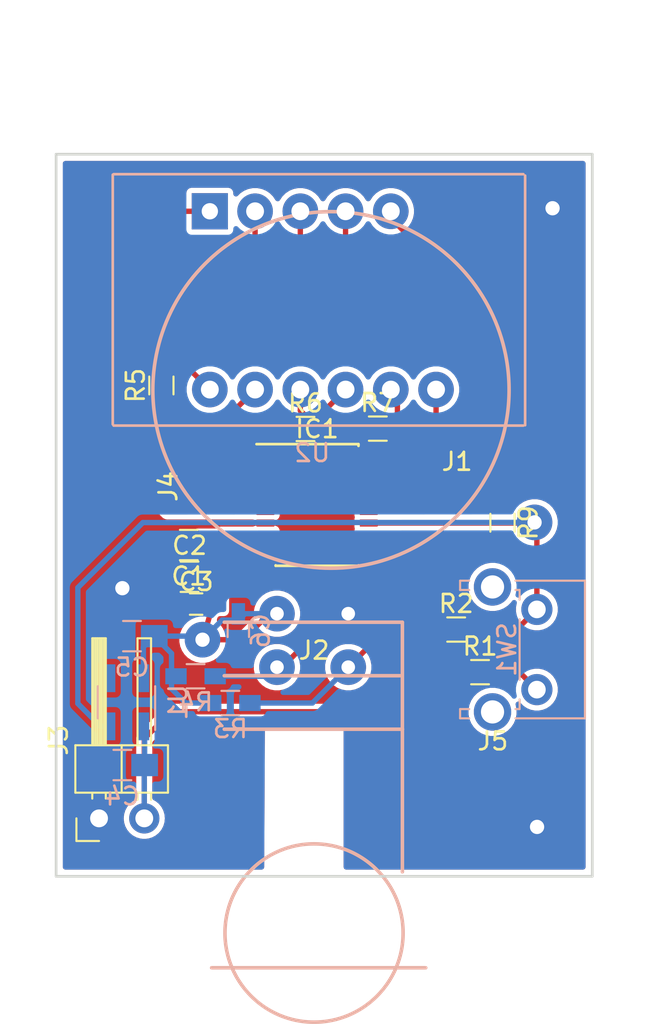
<source format=kicad_pcb>
(kicad_pcb (version 20171130) (host pcbnew 5.1.2)

  (general
    (thickness 1.6)
    (drawings 11)
    (tracks 156)
    (zones 0)
    (modules 23)
    (nets 26)
  )

  (page A4)
  (layers
    (0 F.Cu signal)
    (31 B.Cu signal)
    (32 B.Adhes user)
    (33 F.Adhes user hide)
    (34 B.Paste user)
    (35 F.Paste user)
    (36 B.SilkS user)
    (37 F.SilkS user)
    (38 B.Mask user)
    (39 F.Mask user)
    (40 Dwgs.User user)
    (41 Cmts.User user)
    (42 Eco1.User user)
    (43 Eco2.User user)
    (44 Edge.Cuts user)
    (45 Margin user)
    (46 B.CrtYd user hide)
    (47 F.CrtYd user hide)
    (48 B.Fab user)
    (49 F.Fab user)
  )

  (setup
    (last_trace_width 0.3)
    (user_trace_width 0.3)
    (user_trace_width 0.4)
    (trace_clearance 0.25)
    (zone_clearance 0.3)
    (zone_45_only yes)
    (trace_min 0.2)
    (via_size 0.6)
    (via_drill 0.4)
    (via_min_size 0.4)
    (via_min_drill 0.3)
    (user_via 2 0.8)
    (uvia_size 0.3)
    (uvia_drill 0.1)
    (uvias_allowed no)
    (uvia_min_size 0.2)
    (uvia_min_drill 0.1)
    (edge_width 0.15)
    (segment_width 0.2)
    (pcb_text_width 0.3)
    (pcb_text_size 1.5 1.5)
    (mod_edge_width 0.15)
    (mod_text_size 1 1)
    (mod_text_width 0.15)
    (pad_size 1.7 1.7)
    (pad_drill 1)
    (pad_to_mask_clearance 0.2)
    (aux_axis_origin 0 0)
    (visible_elements FFFDFF1F)
    (pcbplotparams
      (layerselection 0x30000_80000001)
      (usegerberextensions false)
      (usegerberattributes false)
      (usegerberadvancedattributes false)
      (creategerberjobfile false)
      (excludeedgelayer true)
      (linewidth 0.100000)
      (plotframeref false)
      (viasonmask false)
      (mode 1)
      (useauxorigin false)
      (hpglpennumber 1)
      (hpglpenspeed 20)
      (hpglpendiameter 15.000000)
      (psnegative false)
      (psa4output false)
      (plotreference true)
      (plotvalue true)
      (plotinvisibletext false)
      (padsonsilk false)
      (subtractmaskfromsilk false)
      (outputformat 5)
      (mirror false)
      (drillshape 1)
      (scaleselection 1)
      (outputdirectory ""))
  )

  (net 0 "")
  (net 1 "Net-(C1-Pad1)")
  (net 2 GND)
  (net 3 VDD)
  (net 4 /dp)
  (net 5 /g)
  (net 6 /f)
  (net 7 "Net-(IC1-Pad4)")
  (net 8 /c1)
  (net 9 /c2)
  (net 10 /a)
  (net 11 /b)
  (net 12 /c)
  (net 13 /d)
  (net 14 /e)
  (net 15 /c3)
  (net 16 /bat)
  (net 17 /knvkl)
  (net 18 "Net-(R5-Pad2)")
  (net 19 "Net-(R6-Pad2)")
  (net 20 "Net-(R7-Pad2)")
  (net 21 /sda)
  (net 22 /scl)
  (net 23 /prg)
  (net 24 "Net-(R1-Pad2)")
  (net 25 "Net-(IC1-Pad13)")

  (net_class Default "Это класс цепей по умолчанию."
    (clearance 0.25)
    (trace_width 0.25)
    (via_dia 0.6)
    (via_drill 0.4)
    (uvia_dia 0.3)
    (uvia_drill 0.1)
    (add_net /a)
    (add_net /b)
    (add_net /bat)
    (add_net /c)
    (add_net /c1)
    (add_net /c2)
    (add_net /c3)
    (add_net /d)
    (add_net /dp)
    (add_net /e)
    (add_net /f)
    (add_net /g)
    (add_net /knvkl)
    (add_net /prg)
    (add_net /scl)
    (add_net /sda)
    (add_net GND)
    (add_net "Net-(C1-Pad1)")
    (add_net "Net-(IC1-Pad13)")
    (add_net "Net-(IC1-Pad4)")
    (add_net "Net-(R1-Pad2)")
    (add_net "Net-(R5-Pad2)")
    (add_net "Net-(R6-Pad2)")
    (add_net "Net-(R7-Pad2)")
    (add_net VDD)
  )

  (module Capacitors_SMD:C_0805_HandSoldering (layer F.Cu) (tedit 58AA84A8) (tstamp 5AA42AAE)
    (at 132.97 88.24 180)
    (descr "Capacitor SMD 0805, hand soldering")
    (tags "capacitor 0805")
    (path /58A707E8)
    (attr smd)
    (fp_text reference C1 (at 0 -1.75 180) (layer F.SilkS)
      (effects (font (size 1 1) (thickness 0.15)))
    )
    (fp_text value 10uf (at 0 1.75 180) (layer F.Fab)
      (effects (font (size 1 1) (thickness 0.15)))
    )
    (fp_text user %R (at 0 -1.75 180) (layer F.Fab)
      (effects (font (size 1 1) (thickness 0.15)))
    )
    (fp_line (start -1 0.62) (end -1 -0.62) (layer F.Fab) (width 0.1))
    (fp_line (start 1 0.62) (end -1 0.62) (layer F.Fab) (width 0.1))
    (fp_line (start 1 -0.62) (end 1 0.62) (layer F.Fab) (width 0.1))
    (fp_line (start -1 -0.62) (end 1 -0.62) (layer F.Fab) (width 0.1))
    (fp_line (start 0.5 -0.85) (end -0.5 -0.85) (layer F.SilkS) (width 0.12))
    (fp_line (start -0.5 0.85) (end 0.5 0.85) (layer F.SilkS) (width 0.12))
    (fp_line (start -2.25 -0.88) (end 2.25 -0.88) (layer F.CrtYd) (width 0.05))
    (fp_line (start -2.25 -0.88) (end -2.25 0.87) (layer F.CrtYd) (width 0.05))
    (fp_line (start 2.25 0.87) (end 2.25 -0.88) (layer F.CrtYd) (width 0.05))
    (fp_line (start 2.25 0.87) (end -2.25 0.87) (layer F.CrtYd) (width 0.05))
    (pad 1 smd rect (at -1.25 0 180) (size 1.5 1.25) (layers F.Cu F.Paste F.Mask)
      (net 1 "Net-(C1-Pad1)"))
    (pad 2 smd rect (at 1.25 0 180) (size 1.5 1.25) (layers F.Cu F.Paste F.Mask)
      (net 2 GND))
    (model Capacitors_SMD.3dshapes/C_0805.wrl
      (at (xyz 0 0 0))
      (scale (xyz 1 1 1))
      (rotate (xyz 0 0 0))
    )
  )

  (module Capacitors_SMD:C_0805_HandSoldering (layer F.Cu) (tedit 58AA84A8) (tstamp 5AA42ABF)
    (at 133.01 90.02)
    (descr "Capacitor SMD 0805, hand soldering")
    (tags "capacitor 0805")
    (path /58A708AB)
    (attr smd)
    (fp_text reference C2 (at 0 -1.75) (layer F.SilkS)
      (effects (font (size 1 1) (thickness 0.15)))
    )
    (fp_text value 1u (at 0 1.75) (layer F.Fab)
      (effects (font (size 1 1) (thickness 0.15)))
    )
    (fp_text user %R (at 0 -1.75) (layer F.Fab)
      (effects (font (size 1 1) (thickness 0.15)))
    )
    (fp_line (start -1 0.62) (end -1 -0.62) (layer F.Fab) (width 0.1))
    (fp_line (start 1 0.62) (end -1 0.62) (layer F.Fab) (width 0.1))
    (fp_line (start 1 -0.62) (end 1 0.62) (layer F.Fab) (width 0.1))
    (fp_line (start -1 -0.62) (end 1 -0.62) (layer F.Fab) (width 0.1))
    (fp_line (start 0.5 -0.85) (end -0.5 -0.85) (layer F.SilkS) (width 0.12))
    (fp_line (start -0.5 0.85) (end 0.5 0.85) (layer F.SilkS) (width 0.12))
    (fp_line (start -2.25 -0.88) (end 2.25 -0.88) (layer F.CrtYd) (width 0.05))
    (fp_line (start -2.25 -0.88) (end -2.25 0.87) (layer F.CrtYd) (width 0.05))
    (fp_line (start 2.25 0.87) (end 2.25 -0.88) (layer F.CrtYd) (width 0.05))
    (fp_line (start 2.25 0.87) (end -2.25 0.87) (layer F.CrtYd) (width 0.05))
    (pad 1 smd rect (at -1.25 0) (size 1.5 1.25) (layers F.Cu F.Paste F.Mask)
      (net 2 GND))
    (pad 2 smd rect (at 1.25 0) (size 1.5 1.25) (layers F.Cu F.Paste F.Mask)
      (net 3 VDD))
    (model Capacitors_SMD.3dshapes/C_0805.wrl
      (at (xyz 0 0 0))
      (scale (xyz 1 1 1))
      (rotate (xyz 0 0 0))
    )
  )

  (module Capacitors_SMD:C_0603_HandSoldering (layer F.Cu) (tedit 58AA848B) (tstamp 5AA42AD0)
    (at 133.38 91.55)
    (descr "Capacitor SMD 0603, hand soldering")
    (tags "capacitor 0603")
    (path /58A708E2)
    (attr smd)
    (fp_text reference C3 (at 0 -1.25) (layer F.SilkS)
      (effects (font (size 1 1) (thickness 0.15)))
    )
    (fp_text value 100n (at 0 1.5) (layer F.Fab)
      (effects (font (size 1 1) (thickness 0.15)))
    )
    (fp_text user %R (at 0 -1.25) (layer F.Fab)
      (effects (font (size 1 1) (thickness 0.15)))
    )
    (fp_line (start -0.8 0.4) (end -0.8 -0.4) (layer F.Fab) (width 0.1))
    (fp_line (start 0.8 0.4) (end -0.8 0.4) (layer F.Fab) (width 0.1))
    (fp_line (start 0.8 -0.4) (end 0.8 0.4) (layer F.Fab) (width 0.1))
    (fp_line (start -0.8 -0.4) (end 0.8 -0.4) (layer F.Fab) (width 0.1))
    (fp_line (start -0.35 -0.6) (end 0.35 -0.6) (layer F.SilkS) (width 0.12))
    (fp_line (start 0.35 0.6) (end -0.35 0.6) (layer F.SilkS) (width 0.12))
    (fp_line (start -1.8 -0.65) (end 1.8 -0.65) (layer F.CrtYd) (width 0.05))
    (fp_line (start -1.8 -0.65) (end -1.8 0.65) (layer F.CrtYd) (width 0.05))
    (fp_line (start 1.8 0.65) (end 1.8 -0.65) (layer F.CrtYd) (width 0.05))
    (fp_line (start 1.8 0.65) (end -1.8 0.65) (layer F.CrtYd) (width 0.05))
    (pad 1 smd rect (at -0.95 0) (size 1.2 0.75) (layers F.Cu F.Paste F.Mask)
      (net 2 GND))
    (pad 2 smd rect (at 0.95 0) (size 1.2 0.75) (layers F.Cu F.Paste F.Mask)
      (net 3 VDD))
    (model Capacitors_SMD.3dshapes/C_0603.wrl
      (at (xyz 0 0 0))
      (scale (xyz 1 1 1))
      (rotate (xyz 0 0 0))
    )
  )

  (module Capacitors_SMD:C_0805_HandSoldering (layer B.Cu) (tedit 58AA84A8) (tstamp 5AA42AE1)
    (at 129.24 100.58)
    (descr "Capacitor SMD 0805, hand soldering")
    (tags "capacitor 0805")
    (path /58A723FB)
    (attr smd)
    (fp_text reference C4 (at 0 1.75) (layer B.SilkS)
      (effects (font (size 1 1) (thickness 0.15)) (justify mirror))
    )
    (fp_text value 1uf (at 0 -1.75) (layer B.Fab)
      (effects (font (size 1 1) (thickness 0.15)) (justify mirror))
    )
    (fp_text user %R (at 0 1.75) (layer B.Fab)
      (effects (font (size 1 1) (thickness 0.15)) (justify mirror))
    )
    (fp_line (start -1 -0.62) (end -1 0.62) (layer B.Fab) (width 0.1))
    (fp_line (start 1 -0.62) (end -1 -0.62) (layer B.Fab) (width 0.1))
    (fp_line (start 1 0.62) (end 1 -0.62) (layer B.Fab) (width 0.1))
    (fp_line (start -1 0.62) (end 1 0.62) (layer B.Fab) (width 0.1))
    (fp_line (start 0.5 0.85) (end -0.5 0.85) (layer B.SilkS) (width 0.12))
    (fp_line (start -0.5 -0.85) (end 0.5 -0.85) (layer B.SilkS) (width 0.12))
    (fp_line (start -2.25 0.88) (end 2.25 0.88) (layer B.CrtYd) (width 0.05))
    (fp_line (start -2.25 0.88) (end -2.25 -0.87) (layer B.CrtYd) (width 0.05))
    (fp_line (start 2.25 -0.87) (end 2.25 0.88) (layer B.CrtYd) (width 0.05))
    (fp_line (start 2.25 -0.87) (end -2.25 -0.87) (layer B.CrtYd) (width 0.05))
    (pad 1 smd rect (at -1.25 0) (size 1.5 1.25) (layers B.Cu B.Paste B.Mask)
      (net 2 GND))
    (pad 2 smd rect (at 1.25 0) (size 1.5 1.25) (layers B.Cu B.Paste B.Mask)
      (net 16 /bat))
    (model Capacitors_SMD.3dshapes/C_0805.wrl
      (at (xyz 0 0 0))
      (scale (xyz 1 1 1))
      (rotate (xyz 0 0 0))
    )
  )

  (module Capacitors_SMD:C_0805_HandSoldering (layer B.Cu) (tedit 58AA84A8) (tstamp 5AA42AF2)
    (at 129.78 93.35)
    (descr "Capacitor SMD 0805, hand soldering")
    (tags "capacitor 0805")
    (path /58A7239B)
    (attr smd)
    (fp_text reference C5 (at 0 1.75) (layer B.SilkS)
      (effects (font (size 1 1) (thickness 0.15)) (justify mirror))
    )
    (fp_text value 1uf (at 0 -1.75) (layer B.Fab)
      (effects (font (size 1 1) (thickness 0.15)) (justify mirror))
    )
    (fp_text user %R (at 0 1.75) (layer B.Fab)
      (effects (font (size 1 1) (thickness 0.15)) (justify mirror))
    )
    (fp_line (start -1 -0.62) (end -1 0.62) (layer B.Fab) (width 0.1))
    (fp_line (start 1 -0.62) (end -1 -0.62) (layer B.Fab) (width 0.1))
    (fp_line (start 1 0.62) (end 1 -0.62) (layer B.Fab) (width 0.1))
    (fp_line (start -1 0.62) (end 1 0.62) (layer B.Fab) (width 0.1))
    (fp_line (start 0.5 0.85) (end -0.5 0.85) (layer B.SilkS) (width 0.12))
    (fp_line (start -0.5 -0.85) (end 0.5 -0.85) (layer B.SilkS) (width 0.12))
    (fp_line (start -2.25 0.88) (end 2.25 0.88) (layer B.CrtYd) (width 0.05))
    (fp_line (start -2.25 0.88) (end -2.25 -0.87) (layer B.CrtYd) (width 0.05))
    (fp_line (start 2.25 -0.87) (end 2.25 0.88) (layer B.CrtYd) (width 0.05))
    (fp_line (start 2.25 -0.87) (end -2.25 -0.87) (layer B.CrtYd) (width 0.05))
    (pad 1 smd rect (at -1.25 0) (size 1.5 1.25) (layers B.Cu B.Paste B.Mask)
      (net 2 GND))
    (pad 2 smd rect (at 1.25 0) (size 1.5 1.25) (layers B.Cu B.Paste B.Mask)
      (net 3 VDD))
    (model Capacitors_SMD.3dshapes/C_0805.wrl
      (at (xyz 0 0 0))
      (scale (xyz 1 1 1))
      (rotate (xyz 0 0 0))
    )
  )

  (module Capacitors_SMD:C_0603_HandSoldering (layer B.Cu) (tedit 58AA848B) (tstamp 5AA42B03)
    (at 135.75 93.05 90)
    (descr "Capacitor SMD 0603, hand soldering")
    (tags "capacitor 0603")
    (path /5A4E8410)
    (attr smd)
    (fp_text reference C6 (at 0 1.25 270) (layer B.SilkS)
      (effects (font (size 1 1) (thickness 0.15)) (justify mirror))
    )
    (fp_text value 100n (at 0 -1.5 270) (layer B.Fab)
      (effects (font (size 1 1) (thickness 0.15)) (justify mirror))
    )
    (fp_text user %R (at 0 1.25 270) (layer B.Fab)
      (effects (font (size 1 1) (thickness 0.15)) (justify mirror))
    )
    (fp_line (start -0.8 -0.4) (end -0.8 0.4) (layer B.Fab) (width 0.1))
    (fp_line (start 0.8 -0.4) (end -0.8 -0.4) (layer B.Fab) (width 0.1))
    (fp_line (start 0.8 0.4) (end 0.8 -0.4) (layer B.Fab) (width 0.1))
    (fp_line (start -0.8 0.4) (end 0.8 0.4) (layer B.Fab) (width 0.1))
    (fp_line (start -0.35 0.6) (end 0.35 0.6) (layer B.SilkS) (width 0.12))
    (fp_line (start 0.35 -0.6) (end -0.35 -0.6) (layer B.SilkS) (width 0.12))
    (fp_line (start -1.8 0.65) (end 1.8 0.65) (layer B.CrtYd) (width 0.05))
    (fp_line (start -1.8 0.65) (end -1.8 -0.65) (layer B.CrtYd) (width 0.05))
    (fp_line (start 1.8 -0.65) (end 1.8 0.65) (layer B.CrtYd) (width 0.05))
    (fp_line (start 1.8 -0.65) (end -1.8 -0.65) (layer B.CrtYd) (width 0.05))
    (pad 1 smd rect (at -0.95 0 90) (size 1.2 0.75) (layers B.Cu B.Paste B.Mask)
      (net 2 GND))
    (pad 2 smd rect (at 0.95 0 90) (size 1.2 0.75) (layers B.Cu B.Paste B.Mask)
      (net 3 VDD))
    (model Capacitors_SMD.3dshapes/C_0603.wrl
      (at (xyz 0 0 0))
      (scale (xyz 1 1 1))
      (rotate (xyz 0 0 0))
    )
  )

  (module Housings_SSOP:SSOP-20_4.4x6.5mm_Pitch0.65mm (layer F.Cu) (tedit 57AFAF80) (tstamp 5AA42B2A)
    (at 140.17 86.03)
    (descr "SSOP20: plastic shrink small outline package; 20 leads; body width 4.4 mm; (see NXP SSOP-TSSOP-VSO-REFLOW.pdf and sot266-1_po.pdf)")
    (tags "SSOP 0.65")
    (path /58A70280)
    (attr smd)
    (fp_text reference IC1 (at 0 -4.3) (layer F.SilkS)
      (effects (font (size 1 1) (thickness 0.15)))
    )
    (fp_text value STM8S003F3P (at 0 4.3) (layer F.Fab)
      (effects (font (size 1 1) (thickness 0.15)))
    )
    (fp_line (start -1.2 -3.25) (end 2.2 -3.25) (layer F.Fab) (width 0.15))
    (fp_line (start 2.2 -3.25) (end 2.2 3.25) (layer F.Fab) (width 0.15))
    (fp_line (start 2.2 3.25) (end -2.2 3.25) (layer F.Fab) (width 0.15))
    (fp_line (start -2.2 3.25) (end -2.2 -2.25) (layer F.Fab) (width 0.15))
    (fp_line (start -2.2 -2.25) (end -1.2 -3.25) (layer F.Fab) (width 0.15))
    (fp_line (start -3.65 -3.55) (end -3.65 3.55) (layer F.CrtYd) (width 0.05))
    (fp_line (start 3.65 -3.55) (end 3.65 3.55) (layer F.CrtYd) (width 0.05))
    (fp_line (start -3.65 -3.55) (end 3.65 -3.55) (layer F.CrtYd) (width 0.05))
    (fp_line (start -3.65 3.55) (end 3.65 3.55) (layer F.CrtYd) (width 0.05))
    (fp_line (start 2.325 -3.45) (end 2.325 -3.35) (layer F.SilkS) (width 0.15))
    (fp_line (start 2.325 3.375) (end 2.325 3.35) (layer F.SilkS) (width 0.15))
    (fp_line (start -2.325 3.375) (end -2.325 3.35) (layer F.SilkS) (width 0.15))
    (fp_line (start -3.4 -3.45) (end 2.325 -3.45) (layer F.SilkS) (width 0.15))
    (fp_line (start -2.325 3.375) (end 2.325 3.375) (layer F.SilkS) (width 0.15))
    (fp_text user %R (at 0 0) (layer F.Fab)
      (effects (font (size 0.8 0.8) (thickness 0.15)))
    )
    (pad 1 smd rect (at -2.9 -2.925) (size 1 0.4) (layers F.Cu F.Paste F.Mask)
      (net 10 /a))
    (pad 2 smd rect (at -2.9 -2.275) (size 1 0.4) (layers F.Cu F.Paste F.Mask)
      (net 9 /c2))
    (pad 3 smd rect (at -2.9 -1.625) (size 1 0.4) (layers F.Cu F.Paste F.Mask)
      (net 8 /c1))
    (pad 4 smd rect (at -2.9 -0.975) (size 1 0.4) (layers F.Cu F.Paste F.Mask)
      (net 7 "Net-(IC1-Pad4)"))
    (pad 5 smd rect (at -2.9 -0.325) (size 1 0.4) (layers F.Cu F.Paste F.Mask)
      (net 6 /f))
    (pad 6 smd rect (at -2.9 0.325) (size 1 0.4) (layers F.Cu F.Paste F.Mask)
      (net 14 /e))
    (pad 7 smd rect (at -2.9 0.975) (size 1 0.4) (layers F.Cu F.Paste F.Mask)
      (net 2 GND))
    (pad 8 smd rect (at -2.9 1.625) (size 1 0.4) (layers F.Cu F.Paste F.Mask)
      (net 1 "Net-(C1-Pad1)"))
    (pad 9 smd rect (at -2.9 2.275) (size 1 0.4) (layers F.Cu F.Paste F.Mask)
      (net 3 VDD))
    (pad 10 smd rect (at -2.9 2.925) (size 1 0.4) (layers F.Cu F.Paste F.Mask))
    (pad 11 smd rect (at 2.9 2.925) (size 1 0.4) (layers F.Cu F.Paste F.Mask)
      (net 21 /sda))
    (pad 12 smd rect (at 2.9 2.275) (size 1 0.4) (layers F.Cu F.Paste F.Mask)
      (net 22 /scl))
    (pad 13 smd rect (at 2.9 1.625) (size 1 0.4) (layers F.Cu F.Paste F.Mask)
      (net 25 "Net-(IC1-Pad13)"))
    (pad 14 smd rect (at 2.9 0.975) (size 1 0.4) (layers F.Cu F.Paste F.Mask)
      (net 17 /knvkl))
    (pad 15 smd rect (at 2.9 0.325) (size 1 0.4) (layers F.Cu F.Paste F.Mask)
      (net 12 /c))
    (pad 16 smd rect (at 2.9 -0.325) (size 1 0.4) (layers F.Cu F.Paste F.Mask)
      (net 4 /dp))
    (pad 17 smd rect (at 2.9 -0.975) (size 1 0.4) (layers F.Cu F.Paste F.Mask)
      (net 13 /d))
    (pad 18 smd rect (at 2.9 -1.625) (size 1 0.4) (layers F.Cu F.Paste F.Mask)
      (net 23 /prg))
    (pad 19 smd rect (at 2.9 -2.275) (size 1 0.4) (layers F.Cu F.Paste F.Mask)
      (net 11 /b))
    (pad 20 smd rect (at 2.9 -2.925) (size 1 0.4) (layers F.Cu F.Paste F.Mask)
      (net 15 /c3))
    (model ${KISYS3DMOD}/Housings_SSOP.3dshapes/SSOP-20_4.4x6.5mm_Pitch0.65mm.wrl
      (at (xyz 0 0 0))
      (scale (xyz 1 1 1))
      (rotate (xyz 0 0 0))
    )
  )

  (module Pin_Headers:Pin_Header_Angled_1x02_Pitch2.54mm (layer F.Cu) (tedit 59650532) (tstamp 5AA42B5D)
    (at 127.93 103.57 90)
    (descr "Through hole angled pin header, 1x02, 2.54mm pitch, 6mm pin length, single row")
    (tags "Through hole angled pin header THT 1x02 2.54mm single row")
    (path /5A3630A1)
    (fp_text reference J3 (at 4.385 -2.27 90) (layer F.SilkS)
      (effects (font (size 1 1) (thickness 0.15)))
    )
    (fp_text value bat (at 4.385 4.81 90) (layer F.Fab)
      (effects (font (size 1 1) (thickness 0.15)))
    )
    (fp_line (start 2.135 -1.27) (end 4.04 -1.27) (layer F.Fab) (width 0.1))
    (fp_line (start 4.04 -1.27) (end 4.04 3.81) (layer F.Fab) (width 0.1))
    (fp_line (start 4.04 3.81) (end 1.5 3.81) (layer F.Fab) (width 0.1))
    (fp_line (start 1.5 3.81) (end 1.5 -0.635) (layer F.Fab) (width 0.1))
    (fp_line (start 1.5 -0.635) (end 2.135 -1.27) (layer F.Fab) (width 0.1))
    (fp_line (start -0.32 -0.32) (end 1.5 -0.32) (layer F.Fab) (width 0.1))
    (fp_line (start -0.32 -0.32) (end -0.32 0.32) (layer F.Fab) (width 0.1))
    (fp_line (start -0.32 0.32) (end 1.5 0.32) (layer F.Fab) (width 0.1))
    (fp_line (start 4.04 -0.32) (end 10.04 -0.32) (layer F.Fab) (width 0.1))
    (fp_line (start 10.04 -0.32) (end 10.04 0.32) (layer F.Fab) (width 0.1))
    (fp_line (start 4.04 0.32) (end 10.04 0.32) (layer F.Fab) (width 0.1))
    (fp_line (start -0.32 2.22) (end 1.5 2.22) (layer F.Fab) (width 0.1))
    (fp_line (start -0.32 2.22) (end -0.32 2.86) (layer F.Fab) (width 0.1))
    (fp_line (start -0.32 2.86) (end 1.5 2.86) (layer F.Fab) (width 0.1))
    (fp_line (start 4.04 2.22) (end 10.04 2.22) (layer F.Fab) (width 0.1))
    (fp_line (start 10.04 2.22) (end 10.04 2.86) (layer F.Fab) (width 0.1))
    (fp_line (start 4.04 2.86) (end 10.04 2.86) (layer F.Fab) (width 0.1))
    (fp_line (start 1.44 -1.33) (end 1.44 3.87) (layer F.SilkS) (width 0.12))
    (fp_line (start 1.44 3.87) (end 4.1 3.87) (layer F.SilkS) (width 0.12))
    (fp_line (start 4.1 3.87) (end 4.1 -1.33) (layer F.SilkS) (width 0.12))
    (fp_line (start 4.1 -1.33) (end 1.44 -1.33) (layer F.SilkS) (width 0.12))
    (fp_line (start 4.1 -0.38) (end 10.1 -0.38) (layer F.SilkS) (width 0.12))
    (fp_line (start 10.1 -0.38) (end 10.1 0.38) (layer F.SilkS) (width 0.12))
    (fp_line (start 10.1 0.38) (end 4.1 0.38) (layer F.SilkS) (width 0.12))
    (fp_line (start 4.1 -0.32) (end 10.1 -0.32) (layer F.SilkS) (width 0.12))
    (fp_line (start 4.1 -0.2) (end 10.1 -0.2) (layer F.SilkS) (width 0.12))
    (fp_line (start 4.1 -0.08) (end 10.1 -0.08) (layer F.SilkS) (width 0.12))
    (fp_line (start 4.1 0.04) (end 10.1 0.04) (layer F.SilkS) (width 0.12))
    (fp_line (start 4.1 0.16) (end 10.1 0.16) (layer F.SilkS) (width 0.12))
    (fp_line (start 4.1 0.28) (end 10.1 0.28) (layer F.SilkS) (width 0.12))
    (fp_line (start 1.11 -0.38) (end 1.44 -0.38) (layer F.SilkS) (width 0.12))
    (fp_line (start 1.11 0.38) (end 1.44 0.38) (layer F.SilkS) (width 0.12))
    (fp_line (start 1.44 1.27) (end 4.1 1.27) (layer F.SilkS) (width 0.12))
    (fp_line (start 4.1 2.16) (end 10.1 2.16) (layer F.SilkS) (width 0.12))
    (fp_line (start 10.1 2.16) (end 10.1 2.92) (layer F.SilkS) (width 0.12))
    (fp_line (start 10.1 2.92) (end 4.1 2.92) (layer F.SilkS) (width 0.12))
    (fp_line (start 1.042929 2.16) (end 1.44 2.16) (layer F.SilkS) (width 0.12))
    (fp_line (start 1.042929 2.92) (end 1.44 2.92) (layer F.SilkS) (width 0.12))
    (fp_line (start -1.27 0) (end -1.27 -1.27) (layer F.SilkS) (width 0.12))
    (fp_line (start -1.27 -1.27) (end 0 -1.27) (layer F.SilkS) (width 0.12))
    (fp_line (start -1.8 -1.8) (end -1.8 4.35) (layer F.CrtYd) (width 0.05))
    (fp_line (start -1.8 4.35) (end 10.55 4.35) (layer F.CrtYd) (width 0.05))
    (fp_line (start 10.55 4.35) (end 10.55 -1.8) (layer F.CrtYd) (width 0.05))
    (fp_line (start 10.55 -1.8) (end -1.8 -1.8) (layer F.CrtYd) (width 0.05))
    (fp_text user %R (at 2.77 1.27 180) (layer F.Fab)
      (effects (font (size 1 1) (thickness 0.15)))
    )
    (pad 1 thru_hole rect (at 0 0 90) (size 1.7 1.7) (drill 1) (layers *.Cu *.Mask)
      (net 2 GND))
    (pad 2 thru_hole oval (at 0 2.54 90) (size 1.7 1.7) (drill 1) (layers *.Cu *.Mask)
      (net 16 /bat))
    (model ${KISYS3DMOD}/Pin_Headers.3dshapes/Pin_Header_Angled_1x02_Pitch2.54mm.wrl
      (at (xyz 0 0 0))
      (scale (xyz 1 1 1))
      (rotate (xyz 0 0 0))
    )
  )

  (module myowndevice:wirepad_mini (layer F.Cu) (tedit 581B8F26) (tstamp 5AA42B62)
    (at 131.31 84.95 90)
    (path /5A364C8E)
    (fp_text reference J4 (at 0 0.5 90) (layer F.SilkS)
      (effects (font (size 1 1) (thickness 0.15)))
    )
    (fp_text value Res (at 0 -0.5 90) (layer F.Fab)
      (effects (font (size 1 1) (thickness 0.15)))
    )
    (pad 1 smd rect (at 0 2.3 90) (size 1 2) (layers F.Cu F.Paste F.Mask)
      (net 7 "Net-(IC1-Pad4)"))
  )

  (module Resistors_SMD:R_0603_HandSoldering (layer F.Cu) (tedit 58E0A804) (tstamp 5AA42B99)
    (at 131.43 79.29 90)
    (descr "Resistor SMD 0603, hand soldering")
    (tags "resistor 0603")
    (path /5A4EB6CB)
    (attr smd)
    (fp_text reference R5 (at 0 -1.45 90) (layer F.SilkS)
      (effects (font (size 1 1) (thickness 0.15)))
    )
    (fp_text value 1k (at 0 1.55 90) (layer F.Fab)
      (effects (font (size 1 1) (thickness 0.15)))
    )
    (fp_text user %R (at 0 0 90) (layer F.Fab)
      (effects (font (size 0.4 0.4) (thickness 0.075)))
    )
    (fp_line (start -0.8 0.4) (end -0.8 -0.4) (layer F.Fab) (width 0.1))
    (fp_line (start 0.8 0.4) (end -0.8 0.4) (layer F.Fab) (width 0.1))
    (fp_line (start 0.8 -0.4) (end 0.8 0.4) (layer F.Fab) (width 0.1))
    (fp_line (start -0.8 -0.4) (end 0.8 -0.4) (layer F.Fab) (width 0.1))
    (fp_line (start 0.5 0.68) (end -0.5 0.68) (layer F.SilkS) (width 0.12))
    (fp_line (start -0.5 -0.68) (end 0.5 -0.68) (layer F.SilkS) (width 0.12))
    (fp_line (start -1.96 -0.7) (end 1.95 -0.7) (layer F.CrtYd) (width 0.05))
    (fp_line (start -1.96 -0.7) (end -1.96 0.7) (layer F.CrtYd) (width 0.05))
    (fp_line (start 1.95 0.7) (end 1.95 -0.7) (layer F.CrtYd) (width 0.05))
    (fp_line (start 1.95 0.7) (end -1.96 0.7) (layer F.CrtYd) (width 0.05))
    (pad 1 smd rect (at -1.1 0 90) (size 1.2 0.9) (layers F.Cu F.Paste F.Mask)
      (net 8 /c1))
    (pad 2 smd rect (at 1.1 0 90) (size 1.2 0.9) (layers F.Cu F.Paste F.Mask)
      (net 18 "Net-(R5-Pad2)"))
    (model ${KISYS3DMOD}/Resistors_SMD.3dshapes/R_0603.wrl
      (at (xyz 0 0 0))
      (scale (xyz 1 1 1))
      (rotate (xyz 0 0 0))
    )
  )

  (module Resistors_SMD:R_0603_HandSoldering (layer F.Cu) (tedit 58E0A804) (tstamp 5AA42BAA)
    (at 139.52 81.73)
    (descr "Resistor SMD 0603, hand soldering")
    (tags "resistor 0603")
    (path /5A4EB798)
    (attr smd)
    (fp_text reference R6 (at 0 -1.45) (layer F.SilkS)
      (effects (font (size 1 1) (thickness 0.15)))
    )
    (fp_text value 1k (at 0 1.55) (layer F.Fab)
      (effects (font (size 1 1) (thickness 0.15)))
    )
    (fp_text user %R (at 0 0) (layer F.Fab)
      (effects (font (size 0.4 0.4) (thickness 0.075)))
    )
    (fp_line (start -0.8 0.4) (end -0.8 -0.4) (layer F.Fab) (width 0.1))
    (fp_line (start 0.8 0.4) (end -0.8 0.4) (layer F.Fab) (width 0.1))
    (fp_line (start 0.8 -0.4) (end 0.8 0.4) (layer F.Fab) (width 0.1))
    (fp_line (start -0.8 -0.4) (end 0.8 -0.4) (layer F.Fab) (width 0.1))
    (fp_line (start 0.5 0.68) (end -0.5 0.68) (layer F.SilkS) (width 0.12))
    (fp_line (start -0.5 -0.68) (end 0.5 -0.68) (layer F.SilkS) (width 0.12))
    (fp_line (start -1.96 -0.7) (end 1.95 -0.7) (layer F.CrtYd) (width 0.05))
    (fp_line (start -1.96 -0.7) (end -1.96 0.7) (layer F.CrtYd) (width 0.05))
    (fp_line (start 1.95 0.7) (end 1.95 -0.7) (layer F.CrtYd) (width 0.05))
    (fp_line (start 1.95 0.7) (end -1.96 0.7) (layer F.CrtYd) (width 0.05))
    (pad 1 smd rect (at -1.1 0) (size 1.2 0.9) (layers F.Cu F.Paste F.Mask)
      (net 9 /c2))
    (pad 2 smd rect (at 1.1 0) (size 1.2 0.9) (layers F.Cu F.Paste F.Mask)
      (net 19 "Net-(R6-Pad2)"))
    (model ${KISYS3DMOD}/Resistors_SMD.3dshapes/R_0603.wrl
      (at (xyz 0 0 0))
      (scale (xyz 1 1 1))
      (rotate (xyz 0 0 0))
    )
  )

  (module Resistors_SMD:R_0603_HandSoldering (layer F.Cu) (tedit 58E0A804) (tstamp 5AA42BBB)
    (at 143.58 81.71)
    (descr "Resistor SMD 0603, hand soldering")
    (tags "resistor 0603")
    (path /5A4EB888)
    (attr smd)
    (fp_text reference R7 (at 0 -1.45) (layer F.SilkS)
      (effects (font (size 1 1) (thickness 0.15)))
    )
    (fp_text value 1k (at 0 1.55) (layer F.Fab)
      (effects (font (size 1 1) (thickness 0.15)))
    )
    (fp_text user %R (at 0 0) (layer F.Fab)
      (effects (font (size 0.4 0.4) (thickness 0.075)))
    )
    (fp_line (start -0.8 0.4) (end -0.8 -0.4) (layer F.Fab) (width 0.1))
    (fp_line (start 0.8 0.4) (end -0.8 0.4) (layer F.Fab) (width 0.1))
    (fp_line (start 0.8 -0.4) (end 0.8 0.4) (layer F.Fab) (width 0.1))
    (fp_line (start -0.8 -0.4) (end 0.8 -0.4) (layer F.Fab) (width 0.1))
    (fp_line (start 0.5 0.68) (end -0.5 0.68) (layer F.SilkS) (width 0.12))
    (fp_line (start -0.5 -0.68) (end 0.5 -0.68) (layer F.SilkS) (width 0.12))
    (fp_line (start -1.96 -0.7) (end 1.95 -0.7) (layer F.CrtYd) (width 0.05))
    (fp_line (start -1.96 -0.7) (end -1.96 0.7) (layer F.CrtYd) (width 0.05))
    (fp_line (start 1.95 0.7) (end 1.95 -0.7) (layer F.CrtYd) (width 0.05))
    (fp_line (start 1.95 0.7) (end -1.96 0.7) (layer F.CrtYd) (width 0.05))
    (pad 1 smd rect (at -1.1 0) (size 1.2 0.9) (layers F.Cu F.Paste F.Mask)
      (net 15 /c3))
    (pad 2 smd rect (at 1.1 0) (size 1.2 0.9) (layers F.Cu F.Paste F.Mask)
      (net 20 "Net-(R7-Pad2)"))
    (model ${KISYS3DMOD}/Resistors_SMD.3dshapes/R_0603.wrl
      (at (xyz 0 0 0))
      (scale (xyz 1 1 1))
      (rotate (xyz 0 0 0))
    )
  )

  (module TO_SOT_Packages_SMD:SOT-23-5_HandSoldering (layer B.Cu) (tedit 58CE4E7E) (tstamp 5AA42BD0)
    (at 129.47 97.06 90)
    (descr "5-pin SOT23 package")
    (tags "SOT-23-5 hand-soldering")
    (path /58A72287)
    (attr smd)
    (fp_text reference U1 (at 0 2.9 90) (layer B.SilkS)
      (effects (font (size 1 1) (thickness 0.15)) (justify mirror))
    )
    (fp_text value NCP551!! (at 0 -2.9 90) (layer B.Fab)
      (effects (font (size 1 1) (thickness 0.15)) (justify mirror))
    )
    (fp_text user %R (at 0 0) (layer B.Fab)
      (effects (font (size 0.5 0.5) (thickness 0.075)) (justify mirror))
    )
    (fp_line (start -0.9 -1.61) (end 0.9 -1.61) (layer B.SilkS) (width 0.12))
    (fp_line (start 0.9 1.61) (end -1.55 1.61) (layer B.SilkS) (width 0.12))
    (fp_line (start -0.9 0.9) (end -0.25 1.55) (layer B.Fab) (width 0.1))
    (fp_line (start 0.9 1.55) (end -0.25 1.55) (layer B.Fab) (width 0.1))
    (fp_line (start -0.9 0.9) (end -0.9 -1.55) (layer B.Fab) (width 0.1))
    (fp_line (start 0.9 -1.55) (end -0.9 -1.55) (layer B.Fab) (width 0.1))
    (fp_line (start 0.9 1.55) (end 0.9 -1.55) (layer B.Fab) (width 0.1))
    (fp_line (start -2.38 1.8) (end 2.38 1.8) (layer B.CrtYd) (width 0.05))
    (fp_line (start -2.38 1.8) (end -2.38 -1.8) (layer B.CrtYd) (width 0.05))
    (fp_line (start 2.38 -1.8) (end 2.38 1.8) (layer B.CrtYd) (width 0.05))
    (fp_line (start 2.38 -1.8) (end -2.38 -1.8) (layer B.CrtYd) (width 0.05))
    (pad 1 smd rect (at -1.35 0.95 90) (size 1.56 0.65) (layers B.Cu B.Paste B.Mask)
      (net 16 /bat))
    (pad 2 smd rect (at -1.35 0 90) (size 1.56 0.65) (layers B.Cu B.Paste B.Mask)
      (net 2 GND))
    (pad 3 smd rect (at -1.35 -0.95 90) (size 1.56 0.65) (layers B.Cu B.Paste B.Mask)
      (net 17 /knvkl))
    (pad 4 smd rect (at 1.35 -0.95 90) (size 1.56 0.65) (layers B.Cu B.Paste B.Mask))
    (pad 5 smd rect (at 1.35 0.95 90) (size 1.56 0.65) (layers B.Cu B.Paste B.Mask)
      (net 3 VDD))
    (model ${KISYS3DMOD}/TO_SOT_Packages_SMD.3dshapes\SOT-23-5.wrl
      (at (xyz 0 0 0))
      (scale (xyz 1 1 1))
      (rotate (xyz 0 0 0))
    )
  )

  (module myowndevice:indicator_3cif (layer B.Cu) (tedit 58C4FC8D) (tstamp 5AA435BE)
    (at 134.15 69.52)
    (descr "4x7-segments, 14 mm, Kingbright CA56-12 and CC56-12 displays")
    (tags "7-segments display")
    (path /5A4E85CB)
    (fp_text reference U2 (at 5.75 13.55) (layer B.SilkS)
      (effects (font (size 1 1) (thickness 0.15)) (justify mirror))
    )
    (fp_text value CA56-12EWA (at 6.35 -3.38) (layer B.Fab)
      (effects (font (size 1 1) (thickness 0.15)) (justify mirror))
    )
    (fp_line (start 17.6 -2.08) (end -5.4 -2.08) (layer B.SilkS) (width 0.15))
    (fp_line (start -5.45 -2.05) (end -5.45 11.95) (layer B.SilkS) (width 0.15))
    (fp_line (start -5.4 12.02) (end 17.6 12.02) (layer B.SilkS) (width 0.15))
    (fp_line (start 17.7 12) (end 17.7 -2) (layer B.SilkS) (width 0.15))
    (pad 1 thru_hole rect (at 0 0) (size 2.032 2.032) (drill 0.9144) (layers *.Cu *.Mask)
      (net 14 /e))
    (pad 2 thru_hole circle (at 2.54 0) (size 2 2) (drill 1) (layers *.Cu *.Mask)
      (net 13 /d))
    (pad 3 thru_hole circle (at 5.08 0) (size 2 2) (drill 1) (layers *.Cu *.Mask)
      (net 4 /dp))
    (pad 4 thru_hole circle (at 7.62 0) (size 2 2) (drill 1) (layers *.Cu *.Mask)
      (net 12 /c))
    (pad 5 thru_hole circle (at 10.16 0) (size 2 2) (drill 1) (layers *.Cu *.Mask)
      (net 5 /g))
    (pad 9 thru_hole circle (at 7.62 10) (size 2 2) (drill 1) (layers *.Cu *.Mask)
      (net 19 "Net-(R6-Pad2)"))
    (pad 8 thru_hole circle (at 10.16 10) (size 2 2) (drill 1) (layers *.Cu *.Mask)
      (net 20 "Net-(R7-Pad2)"))
    (pad 12 thru_hole circle (at 0 10) (size 2 2) (drill 1) (layers *.Cu *.Mask)
      (net 18 "Net-(R5-Pad2)"))
    (pad 11 thru_hole circle (at 2.54 10) (size 2 2) (drill 1) (layers *.Cu *.Mask)
      (net 10 /a))
    (pad 7 thru_hole circle (at 12.7 10) (size 2 2) (drill 1) (layers *.Cu *.Mask)
      (net 11 /b))
    (pad 10 thru_hole circle (at 5.08 10) (size 2 2) (drill 1) (layers *.Cu *.Mask)
      (net 6 /f))
    (model Displays_7-Segment.3dshapes/Cx56-12.wrl
      (offset (xyz 6.45159990310669 7.619999885559082 0.9999979849815369))
      (scale (xyz 0.393701 0.393701 0.393701))
      (rotate (xyz 0 0 0))
    )
  )

  (module myowndevice:wirepad_mini (layer F.Cu) (tedit 581B8F26) (tstamp 5ACD0B53)
    (at 148.03 84.06 180)
    (path /5ACD1C20)
    (fp_text reference J1 (at 0 0.5 180) (layer F.SilkS)
      (effects (font (size 1 1) (thickness 0.15)))
    )
    (fp_text value Prg (at 0 -0.5 180) (layer F.Fab)
      (effects (font (size 1 1) (thickness 0.15)))
    )
    (pad 1 smd rect (at 0 2.3 180) (size 1 2) (layers F.Cu F.Paste F.Mask)
      (net 23 /prg))
  )

  (module myowndevice:wirepad_mini (layer F.Cu) (tedit 581B8F26) (tstamp 5ACD0B60)
    (at 150.04 98.74)
    (path /5ACD219F)
    (fp_text reference J5 (at 0 0.5) (layer F.SilkS)
      (effects (font (size 1 1) (thickness 0.15)))
    )
    (fp_text value GND (at 0 -0.5) (layer F.Fab)
      (effects (font (size 1 1) (thickness 0.15)))
    )
    (pad 1 smd rect (at 0 2.3) (size 1 2) (layers F.Cu F.Paste F.Mask)
      (net 2 GND))
  )

  (module Resistors_SMD:R_0603_HandSoldering (layer F.Cu) (tedit 58E0A804) (tstamp 5ACD0B66)
    (at 149.32 95.37)
    (descr "Resistor SMD 0603, hand soldering")
    (tags "resistor 0603")
    (path /5A4EECCA)
    (attr smd)
    (fp_text reference R1 (at 0 -1.45) (layer F.SilkS)
      (effects (font (size 1 1) (thickness 0.15)))
    )
    (fp_text value 10k (at 0 1.55) (layer F.Fab)
      (effects (font (size 1 1) (thickness 0.15)))
    )
    (fp_text user %R (at 0 0) (layer F.Fab)
      (effects (font (size 0.4 0.4) (thickness 0.075)))
    )
    (fp_line (start -0.8 0.4) (end -0.8 -0.4) (layer F.Fab) (width 0.1))
    (fp_line (start 0.8 0.4) (end -0.8 0.4) (layer F.Fab) (width 0.1))
    (fp_line (start 0.8 -0.4) (end 0.8 0.4) (layer F.Fab) (width 0.1))
    (fp_line (start -0.8 -0.4) (end 0.8 -0.4) (layer F.Fab) (width 0.1))
    (fp_line (start 0.5 0.68) (end -0.5 0.68) (layer F.SilkS) (width 0.12))
    (fp_line (start -0.5 -0.68) (end 0.5 -0.68) (layer F.SilkS) (width 0.12))
    (fp_line (start -1.96 -0.7) (end 1.95 -0.7) (layer F.CrtYd) (width 0.05))
    (fp_line (start -1.96 -0.7) (end -1.96 0.7) (layer F.CrtYd) (width 0.05))
    (fp_line (start 1.95 0.7) (end 1.95 -0.7) (layer F.CrtYd) (width 0.05))
    (fp_line (start 1.95 0.7) (end -1.96 0.7) (layer F.CrtYd) (width 0.05))
    (pad 1 smd rect (at -1.1 0) (size 1.2 0.9) (layers F.Cu F.Paste F.Mask)
      (net 16 /bat))
    (pad 2 smd rect (at 1.1 0) (size 1.2 0.9) (layers F.Cu F.Paste F.Mask)
      (net 24 "Net-(R1-Pad2)"))
    (model ${KISYS3DMOD}/Resistors_SMD.3dshapes/R_0603.wrl
      (at (xyz 0 0 0))
      (scale (xyz 1 1 1))
      (rotate (xyz 0 0 0))
    )
  )

  (module Resistors_SMD:R_0603_HandSoldering (layer F.Cu) (tedit 58E0A804) (tstamp 5ACD0B6C)
    (at 147.98 92.98)
    (descr "Resistor SMD 0603, hand soldering")
    (tags "resistor 0603")
    (path /5A4EBD19)
    (attr smd)
    (fp_text reference R2 (at 0 -1.45) (layer F.SilkS)
      (effects (font (size 1 1) (thickness 0.15)))
    )
    (fp_text value 50k (at 0 1.55) (layer F.Fab)
      (effects (font (size 1 1) (thickness 0.15)))
    )
    (fp_text user %R (at 0 0) (layer F.Fab)
      (effects (font (size 0.4 0.4) (thickness 0.075)))
    )
    (fp_line (start -0.8 0.4) (end -0.8 -0.4) (layer F.Fab) (width 0.1))
    (fp_line (start 0.8 0.4) (end -0.8 0.4) (layer F.Fab) (width 0.1))
    (fp_line (start 0.8 -0.4) (end 0.8 0.4) (layer F.Fab) (width 0.1))
    (fp_line (start -0.8 -0.4) (end 0.8 -0.4) (layer F.Fab) (width 0.1))
    (fp_line (start 0.5 0.68) (end -0.5 0.68) (layer F.SilkS) (width 0.12))
    (fp_line (start -0.5 -0.68) (end 0.5 -0.68) (layer F.SilkS) (width 0.12))
    (fp_line (start -1.96 -0.7) (end 1.95 -0.7) (layer F.CrtYd) (width 0.05))
    (fp_line (start -1.96 -0.7) (end -1.96 0.7) (layer F.CrtYd) (width 0.05))
    (fp_line (start 1.95 0.7) (end 1.95 -0.7) (layer F.CrtYd) (width 0.05))
    (fp_line (start 1.95 0.7) (end -1.96 0.7) (layer F.CrtYd) (width 0.05))
    (pad 1 smd rect (at -1.1 0) (size 1.2 0.9) (layers F.Cu F.Paste F.Mask)
      (net 2 GND))
    (pad 2 smd rect (at 1.1 0) (size 1.2 0.9) (layers F.Cu F.Paste F.Mask)
      (net 17 /knvkl))
    (model ${KISYS3DMOD}/Resistors_SMD.3dshapes/R_0603.wrl
      (at (xyz 0 0 0))
      (scale (xyz 1 1 1))
      (rotate (xyz 0 0 0))
    )
  )

  (module Resistors_SMD:R_0603_HandSoldering (layer B.Cu) (tedit 58E0A804) (tstamp 5ACD0B72)
    (at 135.3 97.1)
    (descr "Resistor SMD 0603, hand soldering")
    (tags "resistor 0603")
    (path /5A4E8E73)
    (attr smd)
    (fp_text reference R3 (at 0 1.45) (layer B.SilkS)
      (effects (font (size 1 1) (thickness 0.15)) (justify mirror))
    )
    (fp_text value 3k (at 0 -1.55) (layer B.Fab)
      (effects (font (size 1 1) (thickness 0.15)) (justify mirror))
    )
    (fp_text user %R (at 0 0) (layer B.Fab)
      (effects (font (size 0.4 0.4) (thickness 0.075)) (justify mirror))
    )
    (fp_line (start -0.8 -0.4) (end -0.8 0.4) (layer B.Fab) (width 0.1))
    (fp_line (start 0.8 -0.4) (end -0.8 -0.4) (layer B.Fab) (width 0.1))
    (fp_line (start 0.8 0.4) (end 0.8 -0.4) (layer B.Fab) (width 0.1))
    (fp_line (start -0.8 0.4) (end 0.8 0.4) (layer B.Fab) (width 0.1))
    (fp_line (start 0.5 -0.68) (end -0.5 -0.68) (layer B.SilkS) (width 0.12))
    (fp_line (start -0.5 0.68) (end 0.5 0.68) (layer B.SilkS) (width 0.12))
    (fp_line (start -1.96 0.7) (end 1.95 0.7) (layer B.CrtYd) (width 0.05))
    (fp_line (start -1.96 0.7) (end -1.96 -0.7) (layer B.CrtYd) (width 0.05))
    (fp_line (start 1.95 -0.7) (end 1.95 0.7) (layer B.CrtYd) (width 0.05))
    (fp_line (start 1.95 -0.7) (end -1.96 -0.7) (layer B.CrtYd) (width 0.05))
    (pad 1 smd rect (at -1.1 0) (size 1.2 0.9) (layers B.Cu B.Paste B.Mask)
      (net 3 VDD))
    (pad 2 smd rect (at 1.1 0) (size 1.2 0.9) (layers B.Cu B.Paste B.Mask)
      (net 22 /scl))
    (model ${KISYS3DMOD}/Resistors_SMD.3dshapes/R_0603.wrl
      (at (xyz 0 0 0))
      (scale (xyz 1 1 1))
      (rotate (xyz 0 0 0))
    )
  )

  (module Resistors_SMD:R_0603_HandSoldering (layer B.Cu) (tedit 58E0A804) (tstamp 5ACD0B78)
    (at 133.35 95.6)
    (descr "Resistor SMD 0603, hand soldering")
    (tags "resistor 0603")
    (path /5A4E8EFB)
    (attr smd)
    (fp_text reference R4 (at 0 1.45) (layer B.SilkS)
      (effects (font (size 1 1) (thickness 0.15)) (justify mirror))
    )
    (fp_text value 3k (at 0 -1.55) (layer B.Fab)
      (effects (font (size 1 1) (thickness 0.15)) (justify mirror))
    )
    (fp_text user %R (at 0 0) (layer B.Fab)
      (effects (font (size 0.4 0.4) (thickness 0.075)) (justify mirror))
    )
    (fp_line (start -0.8 -0.4) (end -0.8 0.4) (layer B.Fab) (width 0.1))
    (fp_line (start 0.8 -0.4) (end -0.8 -0.4) (layer B.Fab) (width 0.1))
    (fp_line (start 0.8 0.4) (end 0.8 -0.4) (layer B.Fab) (width 0.1))
    (fp_line (start -0.8 0.4) (end 0.8 0.4) (layer B.Fab) (width 0.1))
    (fp_line (start 0.5 -0.68) (end -0.5 -0.68) (layer B.SilkS) (width 0.12))
    (fp_line (start -0.5 0.68) (end 0.5 0.68) (layer B.SilkS) (width 0.12))
    (fp_line (start -1.96 0.7) (end 1.95 0.7) (layer B.CrtYd) (width 0.05))
    (fp_line (start -1.96 0.7) (end -1.96 -0.7) (layer B.CrtYd) (width 0.05))
    (fp_line (start 1.95 -0.7) (end 1.95 0.7) (layer B.CrtYd) (width 0.05))
    (fp_line (start 1.95 -0.7) (end -1.96 -0.7) (layer B.CrtYd) (width 0.05))
    (pad 1 smd rect (at -1.1 0) (size 1.2 0.9) (layers B.Cu B.Paste B.Mask)
      (net 3 VDD))
    (pad 2 smd rect (at 1.1 0) (size 1.2 0.9) (layers B.Cu B.Paste B.Mask)
      (net 21 /sda))
    (model ${KISYS3DMOD}/Resistors_SMD.3dshapes/R_0603.wrl
      (at (xyz 0 0 0))
      (scale (xyz 1 1 1))
      (rotate (xyz 0 0 0))
    )
  )

  (module Buttons_Switches_ThroughHole:SW_Tactile_SPST_Angled_PTS645Vx58-2LFS (layer B.Cu) (tedit 592CAE02) (tstamp 5ACD0B86)
    (at 152.51 96.35 90)
    (descr "tactile switch SPST right angle, PTS645VL58-2 LFS")
    (tags "tactile switch SPST angled PTS645VL58-2 LFS C&K Button")
    (path /5AAF496C)
    (fp_text reference SW1 (at 2.25 -1.68 90) (layer B.SilkS)
      (effects (font (size 1 1) (thickness 0.15)) (justify mirror))
    )
    (fp_text value SW_Push (at 2.25 -5.38988 90) (layer B.Fab)
      (effects (font (size 1 1) (thickness 0.15)) (justify mirror))
    )
    (fp_line (start 0.5 5.85) (end 0.5 2.59) (layer B.Fab) (width 0.1))
    (fp_line (start 4 5.85) (end 4 2.59) (layer B.Fab) (width 0.1))
    (fp_line (start 0.5 5.85) (end 4 5.85) (layer B.Fab) (width 0.1))
    (fp_text user %R (at 2.25 -1.68 90) (layer B.Fab)
      (effects (font (size 1 1) (thickness 0.15)) (justify mirror))
    )
    (fp_line (start -1.09 -0.97) (end -1.09 -1.2) (layer B.SilkS) (width 0.12))
    (fp_line (start 5.7 -4.2) (end 5.7 -0.86) (layer B.Fab) (width 0.1))
    (fp_line (start -1.5 -4.2) (end -1.2 -4.2) (layer B.Fab) (width 0.1))
    (fp_line (start -1.2 -0.86) (end 5.7 -0.86) (layer B.Fab) (width 0.1))
    (fp_line (start 6 -4.2) (end 6 2.59) (layer B.Fab) (width 0.1))
    (fp_line (start -2.5 2.8) (end 7.05 2.8) (layer B.CrtYd) (width 0.05))
    (fp_line (start 7.05 2.8) (end 7.05 -4.45) (layer B.CrtYd) (width 0.05))
    (fp_line (start 7.05 -4.45) (end -2.5 -4.45) (layer B.CrtYd) (width 0.05))
    (fp_line (start -2.5 -4.45) (end -2.5 2.8) (layer B.CrtYd) (width 0.05))
    (fp_line (start -1.61 2.7) (end 6.11 2.7) (layer B.SilkS) (width 0.12))
    (fp_line (start 6.11 2.7) (end 6.11 -1.2) (layer B.SilkS) (width 0.12))
    (fp_line (start -1.61 -4.31) (end -1.09 -4.31) (layer B.SilkS) (width 0.12))
    (fp_line (start -1.61 2.7) (end -1.61 -1.2) (layer B.SilkS) (width 0.12))
    (fp_line (start -1.5 2.59) (end 6 2.59) (layer B.Fab) (width 0.1))
    (fp_line (start -1.5 -4.2) (end -1.5 2.59) (layer B.Fab) (width 0.1))
    (fp_line (start 5.7 -4.2) (end 6 -4.2) (layer B.Fab) (width 0.1))
    (fp_line (start -1.2 -4.2) (end -1.2 -0.86) (layer B.Fab) (width 0.1))
    (fp_line (start 5.59 -0.97) (end 5.59 -1.2) (layer B.SilkS) (width 0.12))
    (fp_line (start -1.09 -3.8) (end -1.09 -4.31) (layer B.SilkS) (width 0.12))
    (fp_line (start -1.61 -3.8) (end -1.61 -4.31) (layer B.SilkS) (width 0.12))
    (fp_line (start 5.05 -0.97) (end 5.59 -0.97) (layer B.SilkS) (width 0.12))
    (fp_line (start 5.59 -3.8) (end 5.59 -4.31) (layer B.SilkS) (width 0.12))
    (fp_line (start 5.59 -4.31) (end 6.11 -4.31) (layer B.SilkS) (width 0.12))
    (fp_line (start 6.11 -3.8) (end 6.11 -4.31) (layer B.SilkS) (width 0.12))
    (fp_line (start -1.09 -0.97) (end -0.55 -0.97) (layer B.SilkS) (width 0.12))
    (fp_line (start 0.55 -0.97) (end 3.95 -0.97) (layer B.SilkS) (width 0.12))
    (pad "" thru_hole circle (at 5.76 -2.49 90) (size 2.1 2.1) (drill 1.3) (layers *.Cu *.Mask))
    (pad 2 thru_hole circle (at 4.5 0 90) (size 1.75 1.75) (drill 0.99) (layers *.Cu *.Mask)
      (net 17 /knvkl))
    (pad 1 thru_hole circle (at 0 0 90) (size 1.75 1.75) (drill 0.99) (layers *.Cu *.Mask)
      (net 24 "Net-(R1-Pad2)"))
    (pad "" thru_hole circle (at -1.25 -2.49 90) (size 2.1 2.1) (drill 1.3) (layers *.Cu *.Mask))
    (model ${KISYS3DMOD}/Buttons_Switches_THT.3dshapes/SW_Tactile_SPST_Angled_PTS645Vx58-2LFS.wrl
      (at (xyz 0 0 0))
      (scale (xyz 1 1 1))
      (rotate (xyz 0 0 0))
    )
  )

  (module myowndevice:MLX90615 (layer F.Cu) (tedit 5ACE0773) (tstamp 5ACE0CA8)
    (at 139.92 92.09)
    (path /5ACE086E)
    (fp_text reference J2 (at 0.08 2.06) (layer F.SilkS)
      (effects (font (size 1 1) (thickness 0.15)))
    )
    (fp_text value Conn_01x04 (at -0.06 -1.96) (layer F.Fab)
      (effects (font (size 1 1) (thickness 0.15)))
    )
    (pad 3 thru_hole circle (at -2 0) (size 2 2) (drill 0.762) (layers *.Cu *.Mask)
      (net 3 VDD))
    (pad 4 thru_hole circle (at 2 0) (size 2 2) (drill 0.762) (layers *.Cu *.Mask)
      (net 2 GND))
    (pad 1 thru_hole circle (at 2 3) (size 2 2) (drill 0.762) (layers *.Cu *.Mask)
      (net 22 /scl))
    (pad 2 thru_hole circle (at -2 3) (size 2 2) (drill 0.762) (layers *.Cu *.Mask)
      (net 21 /sda))
  )

  (module Resistors_SMD:R_0603_HandSoldering (layer F.Cu) (tedit 58E0A804) (tstamp 5ACE0E41)
    (at 150.58 86.99 270)
    (descr "Resistor SMD 0603, hand soldering")
    (tags "resistor 0603")
    (path /5ACE133C)
    (attr smd)
    (fp_text reference R9 (at 0 -1.45 270) (layer F.SilkS)
      (effects (font (size 1 1) (thickness 0.15)))
    )
    (fp_text value 0 (at 0 1.55 270) (layer F.Fab)
      (effects (font (size 1 1) (thickness 0.15)))
    )
    (fp_text user %R (at 0 0 270) (layer F.Fab)
      (effects (font (size 0.4 0.4) (thickness 0.075)))
    )
    (fp_line (start -0.8 0.4) (end -0.8 -0.4) (layer F.Fab) (width 0.1))
    (fp_line (start 0.8 0.4) (end -0.8 0.4) (layer F.Fab) (width 0.1))
    (fp_line (start 0.8 -0.4) (end 0.8 0.4) (layer F.Fab) (width 0.1))
    (fp_line (start -0.8 -0.4) (end 0.8 -0.4) (layer F.Fab) (width 0.1))
    (fp_line (start 0.5 0.68) (end -0.5 0.68) (layer F.SilkS) (width 0.12))
    (fp_line (start -0.5 -0.68) (end 0.5 -0.68) (layer F.SilkS) (width 0.12))
    (fp_line (start -1.96 -0.7) (end 1.95 -0.7) (layer F.CrtYd) (width 0.05))
    (fp_line (start -1.96 -0.7) (end -1.96 0.7) (layer F.CrtYd) (width 0.05))
    (fp_line (start 1.95 0.7) (end 1.95 -0.7) (layer F.CrtYd) (width 0.05))
    (fp_line (start 1.95 0.7) (end -1.96 0.7) (layer F.CrtYd) (width 0.05))
    (pad 1 smd rect (at -1.1 0 270) (size 1.2 0.9) (layers F.Cu F.Paste F.Mask)
      (net 5 /g))
    (pad 2 smd rect (at 1.1 0 270) (size 1.2 0.9) (layers F.Cu F.Paste F.Mask)
      (net 25 "Net-(IC1-Pad13)"))
    (model ${KISYS3DMOD}/Resistors_SMD.3dshapes/R_0603.wrl
      (at (xyz 0 0 0))
      (scale (xyz 1 1 1))
      (rotate (xyz 0 0 0))
    )
  )

  (gr_circle (center 140.95 79.54) (end 140.95 89.54) (layer B.SilkS) (width 0.2))
  (gr_line (start 134.25 111.95) (end 146.27 111.95) (angle 90) (layer B.SilkS) (width 0.2))
  (gr_circle (center 140 110) (end 145 110) (layer B.SilkS) (width 0.2))
  (gr_line (start 144.82 95.57) (end 134.96 95.57) (angle 90) (layer B.SilkS) (width 0.2) (tstamp 5AA4398A))
  (gr_line (start 144.97 98.57) (end 134.96 98.57) (angle 90) (layer B.SilkS) (width 0.2))
  (gr_line (start 144.96 92.57) (end 144.96 106.57) (angle 90) (layer B.SilkS) (width 0.2))
  (gr_line (start 134.96 92.57) (end 144.96 92.57) (angle 90) (layer B.SilkS) (width 0.2))
  (gr_line (start 125.52 106.82) (end 155.62 106.82) (angle 90) (layer Edge.Cuts) (width 0.15))
  (gr_line (start 155.62 106.82) (end 155.62 66.32) (angle 90) (layer Edge.Cuts) (width 0.15) (tstamp 58C45B4D))
  (gr_line (start 125.52 66.32) (end 155.62 66.32) (angle 90) (layer Edge.Cuts) (width 0.15))
  (gr_line (start 125.52 106.82) (end 125.52 66.32) (angle 90) (layer Edge.Cuts) (width 0.15))

  (segment (start 137.27 87.655) (end 134.805 87.655) (width 0.3) (layer F.Cu) (net 1))
  (segment (start 134.805 87.655) (end 134.22 88.24) (width 0.3) (layer F.Cu) (net 1) (tstamp 5ACD10EC))
  (segment (start 154.03 93.96) (end 154.03 93.13) (width 0.3) (layer F.Cu) (net 2))
  (segment (start 153.96 94.03) (end 154.03 93.96) (width 0.3) (layer F.Cu) (net 2) (tstamp 5B101982))
  (segment (start 147.38 94.03) (end 153.96 94.03) (width 0.3) (layer F.Cu) (net 2) (tstamp 5B101981))
  (segment (start 146.88 93.53) (end 147.38 94.03) (width 0.3) (layer F.Cu) (net 2) (tstamp 5B101980))
  (segment (start 146.88 92.98) (end 146.88 93.53) (width 0.3) (layer F.Cu) (net 2))
  (segment (start 154.03 93.13) (end 154.45 92.71) (width 0.3) (layer F.Cu) (net 2) (tstamp 5ACD16A5))
  (segment (start 154.45 92.71) (end 154.45 70.41) (width 0.3) (layer F.Cu) (net 2) (tstamp 5ACD16A7))
  (segment (start 154.45 70.41) (end 153.39 69.35) (width 0.3) (layer F.Cu) (net 2) (tstamp 5ACD16A8))
  (via (at 153.39 69.35) (size 2) (drill 0.8) (layers F.Cu B.Cu) (net 2))
  (segment (start 139.2 93.65) (end 143.2 93.65) (width 0.3) (layer B.Cu) (net 2) (tstamp 5ACE0D5B))
  (segment (start 140.44 93.57) (end 141.92 92.09) (width 0.3) (layer B.Cu) (net 2) (tstamp 5ACE0D5C))
  (segment (start 131.72 88.24) (end 130.37 88.24) (width 0.3) (layer F.Cu) (net 2))
  (via (at 129.24 90.66) (size 2) (drill 0.8) (layers F.Cu B.Cu) (net 2))
  (segment (start 130.37 88.24) (end 129.24 90.66) (width 0.3) (layer F.Cu) (net 2) (tstamp 5ACD169A))
  (segment (start 150.04 101.04) (end 150.04 101.57) (width 0.3) (layer F.Cu) (net 2))
  (segment (start 150.04 101.57) (end 152.52 104.05) (width 0.3) (layer F.Cu) (net 2) (tstamp 5ACD168C))
  (via (at 152.52 104.05) (size 2) (drill 0.8) (layers F.Cu B.Cu) (net 2))
  (segment (start 137.27 87.005) (end 132.955 87.005) (width 0.3) (layer F.Cu) (net 2))
  (segment (start 132.955 87.005) (end 131.72 88.24) (width 0.3) (layer F.Cu) (net 2) (tstamp 5ACD10E8))
  (segment (start 131.03 93.35) (end 133.54 93.35) (width 0.3) (layer B.Cu) (net 3))
  (segment (start 133.54 93.35) (end 133.74 93.55) (width 0.3) (layer B.Cu) (net 3) (tstamp 5ACE0D6F))
  (segment (start 130.42 95.71) (end 130.42 93.96) (width 0.3) (layer B.Cu) (net 3))
  (segment (start 130.42 93.96) (end 131.03 93.35) (width 0.3) (layer B.Cu) (net 3) (tstamp 5ACE0D68))
  (segment (start 133.76 93.53) (end 133.74 93.55) (width 0.3) (layer F.Cu) (net 3) (tstamp 5ACD10F8))
  (segment (start 133.76 93.53) (end 134.33 91.55) (width 0.3) (layer F.Cu) (net 3))
  (via (at 133.74 93.55) (size 2) (drill 0.8) (layers F.Cu B.Cu) (net 3))
  (segment (start 134.26 90.02) (end 134.75 90.02) (width 0.3) (layer F.Cu) (net 3))
  (segment (start 134.75 90.02) (end 136.465 88.305) (width 0.3) (layer F.Cu) (net 3) (tstamp 5ACD10F2))
  (segment (start 136.465 88.305) (end 137.27 88.305) (width 0.3) (layer F.Cu) (net 3) (tstamp 5ACD10F3))
  (segment (start 134.26 90.02) (end 134.26 91.48) (width 0.3) (layer F.Cu) (net 3))
  (segment (start 134.26 91.48) (end 134.33 91.55) (width 0.3) (layer F.Cu) (net 3) (tstamp 5ACD10EF))
  (segment (start 136.019992 93.55) (end 137.479992 92.09) (width 0.3) (layer F.Cu) (net 3))
  (segment (start 133.74 93.55) (end 136.019992 93.55) (width 0.3) (layer F.Cu) (net 3) (tstamp 5D8BA977))
  (segment (start 136.129992 92.09) (end 135.8 92.419992) (width 0.3) (layer B.Cu) (net 3))
  (segment (start 137.92 92.09) (end 136.129992 92.09) (width 0.3) (layer B.Cu) (net 3))
  (segment (start 134.84 92.45) (end 133.74 93.55) (width 0.3) (layer B.Cu) (net 3))
  (segment (start 135.8 92.45) (end 134.84 92.45) (width 0.3) (layer B.Cu) (net 3))
  (segment (start 132 94.32) (end 131.03 93.35) (width 0.3) (layer B.Cu) (net 3))
  (segment (start 132 95.6) (end 132 94.32) (width 0.3) (layer B.Cu) (net 3))
  (segment (start 134.2 97.1) (end 132.8 97.1) (width 0.3) (layer B.Cu) (net 3))
  (segment (start 132 96.3) (end 132 95.6) (width 0.3) (layer B.Cu) (net 3))
  (segment (start 132.8 97.1) (end 132 96.3) (width 0.3) (layer B.Cu) (net 3))
  (segment (start 144.84 85.705) (end 147.405 85.705) (width 0.3) (layer F.Cu) (net 4))
  (segment (start 139.23 72.21) (end 139.23 69.52) (width 0.3) (layer F.Cu) (net 4) (tstamp 5ACE0E84))
  (segment (start 142 74.98) (end 139.23 72.21) (width 0.3) (layer F.Cu) (net 4) (tstamp 5ACE0E82))
  (segment (start 147.03 74.98) (end 142 74.98) (width 0.3) (layer F.Cu) (net 4) (tstamp 5ACE0E80))
  (segment (start 149.87 77.82) (end 147.03 74.98) (width 0.3) (layer F.Cu) (net 4) (tstamp 5ACE0E7E))
  (segment (start 149.87 83.24) (end 149.87 77.82) (width 0.3) (layer F.Cu) (net 4) (tstamp 5ACE0E7C))
  (segment (start 147.405 85.705) (end 149.87 83.24) (width 0.3) (layer F.Cu) (net 4) (tstamp 5ACE0E7B))
  (segment (start 144.27 85.705) (end 144.84 85.705) (width 0.3) (layer F.Cu) (net 4))
  (segment (start 143.07 85.705) (end 144.27 85.705) (width 0.3) (layer F.Cu) (net 4))
  (segment (start 150.58 85.89) (end 150.58 84.82) (width 0.3) (layer F.Cu) (net 5))
  (segment (start 150.58 84.82) (end 151.33 84.07) (width 0.3) (layer F.Cu) (net 5) (tstamp 5ACE0E9F))
  (segment (start 150.58 85.89) (end 150.58 85.82) (width 0.3) (layer F.Cu) (net 5))
  (segment (start 151.33 84.07) (end 151.33 76.92) (width 0.3) (layer F.Cu) (net 5) (tstamp 5ACE0EA2))
  (segment (start 151.33 76.92) (end 144.31 69.9) (width 0.3) (layer F.Cu) (net 5) (tstamp 5ACE0E9A))
  (segment (start 144.31 69.9) (end 144.31 69.52) (width 0.3) (layer F.Cu) (net 5) (tstamp 5ACE0E9C))
  (segment (start 137.27 85.705) (end 138.295 85.705) (width 0.3) (layer F.Cu) (net 6))
  (segment (start 138.295 85.705) (end 139.5 84.5) (width 0.3) (layer F.Cu) (net 6) (tstamp 5ACE0EDC))
  (segment (start 139.23 79.52) (end 139.23 80.7) (width 0.3) (layer F.Cu) (net 6))
  (segment (start 139.5 80.97) (end 139.5 84.5) (width 0.3) (layer F.Cu) (net 6) (tstamp 5ACD0DC5))
  (segment (start 139.23 80.7) (end 139.5 80.97) (width 0.3) (layer F.Cu) (net 6) (tstamp 5ACD0DC4))
  (segment (start 137.27 85.055) (end 133.715 85.055) (width 0.3) (layer F.Cu) (net 7))
  (segment (start 133.715 85.055) (end 133.61 84.95) (width 0.25) (layer F.Cu) (net 7) (tstamp 5ACD0DA1))
  (segment (start 137.27 84.405) (end 135.245 84.405) (width 0.3) (layer F.Cu) (net 8))
  (segment (start 135.245 84.405) (end 131.43 80.59) (width 0.3) (layer F.Cu) (net 8) (tstamp 5ACE0EAE))
  (segment (start 131.43 80.59) (end 131.43 80.39) (width 0.3) (layer F.Cu) (net 8) (tstamp 5ACE0EAF))
  (segment (start 131.43 80.39) (end 131.43 80.46) (width 0.3) (layer F.Cu) (net 8))
  (segment (start 137.27 83.755) (end 137.895 83.755) (width 0.3) (layer F.Cu) (net 9))
  (segment (start 138.42 83.23) (end 138.42 81.73) (width 0.3) (layer F.Cu) (net 9) (tstamp 5ACE0EB3))
  (segment (start 137.895 83.755) (end 138.42 83.23) (width 0.3) (layer F.Cu) (net 9) (tstamp 5ACE0EB2))
  (segment (start 137.27 83.105) (end 136.815 83.105) (width 0.3) (layer F.Cu) (net 10))
  (segment (start 136.815 83.105) (end 135.58 81.87) (width 0.3) (layer F.Cu) (net 10) (tstamp 5ACE0EB8))
  (segment (start 135.58 81.87) (end 135.58 80.63) (width 0.3) (layer F.Cu) (net 10) (tstamp 5ACE0EB9))
  (segment (start 135.58 80.63) (end 136.69 79.52) (width 0.3) (layer F.Cu) (net 10) (tstamp 5ACE0EBA))
  (segment (start 143.07 83.755) (end 144.905 83.755) (width 0.3) (layer F.Cu) (net 11))
  (segment (start 146.85 81.81) (end 146.85 79.52) (width 0.3) (layer F.Cu) (net 11) (tstamp 5ACE0EC9))
  (segment (start 144.905 83.755) (end 146.85 81.81) (width 0.3) (layer F.Cu) (net 11) (tstamp 5ACE0EC7))
  (segment (start 146.52 86.355) (end 147.735 86.355) (width 0.3) (layer F.Cu) (net 12))
  (segment (start 141.77 72.48) (end 141.77 69.52) (width 0.3) (layer F.Cu) (net 12) (tstamp 5ACE0E93))
  (segment (start 143.52 74.23) (end 141.77 72.48) (width 0.3) (layer F.Cu) (net 12) (tstamp 5ACE0E91))
  (segment (start 147.37 74.23) (end 143.52 74.23) (width 0.3) (layer F.Cu) (net 12) (tstamp 5ACE0E8F))
  (segment (start 150.58 77.44) (end 147.37 74.23) (width 0.3) (layer F.Cu) (net 12) (tstamp 5ACE0E8D))
  (segment (start 150.58 83.51) (end 150.58 77.44) (width 0.3) (layer F.Cu) (net 12) (tstamp 5ACE0E8C))
  (segment (start 147.735 86.355) (end 150.58 83.51) (width 0.3) (layer F.Cu) (net 12) (tstamp 5ACE0E8B))
  (segment (start 143.61 86.355) (end 146.52 86.355) (width 0.3) (layer F.Cu) (net 12))
  (segment (start 143.07 86.355) (end 143.61 86.355) (width 0.3) (layer F.Cu) (net 12))
  (segment (start 143.07 85.055) (end 146.995 85.055) (width 0.3) (layer F.Cu) (net 13))
  (segment (start 136.69 73.49) (end 136.69 69.52) (width 0.3) (layer F.Cu) (net 13) (tstamp 5ACE0E74))
  (segment (start 138.97 75.77) (end 136.69 73.49) (width 0.3) (layer F.Cu) (net 13) (tstamp 5ACE0E72))
  (segment (start 146.8 75.77) (end 138.97 75.77) (width 0.3) (layer F.Cu) (net 13) (tstamp 5ACE0E70))
  (segment (start 149.15 78.12) (end 146.8 75.77) (width 0.3) (layer F.Cu) (net 13) (tstamp 5ACE0E6F))
  (segment (start 149.15 82.9) (end 149.15 78.12) (width 0.3) (layer F.Cu) (net 13) (tstamp 5ACE0E6D))
  (segment (start 146.995 85.055) (end 149.15 82.9) (width 0.3) (layer F.Cu) (net 13) (tstamp 5ACE0E6B))
  (segment (start 134.15 69.52) (end 132.32 69.52) (width 0.3) (layer F.Cu) (net 14))
  (segment (start 131.785 86.355) (end 129.62 84.19) (width 0.3) (layer F.Cu) (net 14) (tstamp 5ACD0DDB))
  (segment (start 129.62 84.19) (end 129.62 72.22) (width 0.3) (layer F.Cu) (net 14) (tstamp 5ACD0DDD))
  (segment (start 129.62 72.22) (end 132.27 69.57) (width 0.3) (layer F.Cu) (net 14) (tstamp 5ACD0DDF))
  (segment (start 131.785 86.355) (end 137.27 86.355) (width 0.3) (layer F.Cu) (net 14))
  (segment (start 132.32 69.52) (end 132.27 69.57) (width 0.3) (layer F.Cu) (net 14) (tstamp 5ACE0EA5))
  (segment (start 142.48 82.09) (end 143.07 82.68) (width 0.3) (layer F.Cu) (net 15) (tstamp 5ACD0DB1))
  (segment (start 143.07 82.68) (end 143.07 83.105) (width 0.3) (layer F.Cu) (net 15) (tstamp 5ACD0DB2))
  (segment (start 142.48 81.71) (end 142.48 82.09) (width 0.3) (layer F.Cu) (net 15))
  (segment (start 130.49 100.58) (end 130.49 98.48) (width 0.3) (layer B.Cu) (net 16))
  (segment (start 130.49 98.48) (end 130.42 98.41) (width 0.3) (layer B.Cu) (net 16) (tstamp 5ACE0D65))
  (segment (start 130.47 103.57) (end 130.47 100.6) (width 0.3) (layer B.Cu) (net 16))
  (segment (start 130.47 100.6) (end 130.49 100.58) (width 0.3) (layer B.Cu) (net 16) (tstamp 5ACE0D62))
  (segment (start 148.22 95.37) (end 147.4 95.37) (width 0.25) (layer F.Cu) (net 16))
  (segment (start 131.98 97.59) (end 130.47 99.1) (width 0.3) (layer F.Cu) (net 16) (tstamp 5ACE0CC2))
  (segment (start 145.18 97.59) (end 131.98 97.59) (width 0.3) (layer F.Cu) (net 16) (tstamp 5ACE0CC0))
  (segment (start 147.4 95.37) (end 145.18 97.59) (width 0.3) (layer F.Cu) (net 16) (tstamp 5ACE0CBF))
  (segment (start 130.47 99.1) (end 130.47 100.4) (width 0.3) (layer F.Cu) (net 16) (tstamp 5ACE0CC6))
  (segment (start 130.47 100.4) (end 130.47 103.57) (width 0.3) (layer F.Cu) (net 16) (tstamp 5ACD11EC))
  (segment (start 149.08 92.98) (end 151.38 92.98) (width 0.3) (layer F.Cu) (net 17))
  (segment (start 151.38 92.98) (end 152.51 91.85) (width 0.3) (layer F.Cu) (net 17) (tstamp 5B10196E))
  (segment (start 152.51 91.85) (end 152.51 87.1) (width 0.3) (layer F.Cu) (net 17))
  (segment (start 152.51 87.1) (end 152.38 86.97) (width 0.3) (layer F.Cu) (net 17) (tstamp 5ACE0C86))
  (segment (start 146.75 87.005) (end 152.345 87.005) (width 0.3) (layer F.Cu) (net 17))
  (segment (start 152.345 87.005) (end 152.38 86.97) (width 0.3) (layer F.Cu) (net 17) (tstamp 5ACE0C83))
  (segment (start 128.02 98.41) (end 126.74 97.13) (width 0.3) (layer B.Cu) (net 17) (tstamp 5ACE0D7A))
  (segment (start 128.02 98.41) (end 128.52 98.41) (width 0.3) (layer B.Cu) (net 17))
  (via (at 152.38 86.97) (size 2) (drill 0.8) (layers F.Cu B.Cu) (net 17))
  (segment (start 130.39 86.98) (end 152.38 86.97) (width 0.3) (layer B.Cu) (net 17) (tstamp 5ACE0D7F))
  (segment (start 126.74 90.63) (end 130.39 86.98) (width 0.3) (layer B.Cu) (net 17) (tstamp 5ACE0D7D))
  (segment (start 126.74 97.13) (end 126.74 90.63) (width 0.3) (layer B.Cu) (net 17) (tstamp 5ACE0D7B))
  (segment (start 143.07 87.005) (end 146.75 87.005) (width 0.3) (layer F.Cu) (net 17))
  (segment (start 131.43 78.19) (end 132.82 78.19) (width 0.3) (layer F.Cu) (net 18))
  (segment (start 132.82 78.19) (end 134.15 79.52) (width 0.3) (layer F.Cu) (net 18) (tstamp 5ACE0EBE))
  (segment (start 134.15 79.52) (end 133.42 79.52) (width 0.3) (layer F.Cu) (net 18))
  (segment (start 140.62 81.73) (end 140.62 80.67) (width 0.3) (layer F.Cu) (net 19))
  (segment (start 140.62 80.67) (end 141.77 79.52) (width 0.3) (layer F.Cu) (net 19) (tstamp 5ACD0DAE))
  (segment (start 144.68 81.71) (end 144.68 79.89) (width 0.3) (layer F.Cu) (net 20))
  (segment (start 144.68 79.89) (end 144.31 79.52) (width 0.3) (layer F.Cu) (net 20) (tstamp 5ACD0DB5))
  (segment (start 137.92 95.09) (end 138.21 95.09) (width 0.3) (layer F.Cu) (net 21))
  (segment (start 138.21 95.09) (end 140 93.3) (width 0.3) (layer F.Cu) (net 21))
  (segment (start 140 93.3) (end 140 90.8) (width 0.3) (layer F.Cu) (net 21))
  (segment (start 141.845 88.955) (end 143.07 88.955) (width 0.3) (layer F.Cu) (net 21))
  (segment (start 140 90.8) (end 141.845 88.955) (width 0.3) (layer F.Cu) (net 21))
  (segment (start 137.41 95.6) (end 137.92 95.09) (width 0.3) (layer B.Cu) (net 21))
  (segment (start 134.2 95.6) (end 137.41 95.6) (width 0.3) (layer B.Cu) (net 21))
  (segment (start 143.07 88.305) (end 144.005 88.305) (width 0.3) (layer F.Cu) (net 22))
  (segment (start 144.005 88.305) (end 144.65 88.95) (width 0.3) (layer F.Cu) (net 22))
  (segment (start 144.65 92.36) (end 141.92 95.09) (width 0.3) (layer F.Cu) (net 22))
  (segment (start 144.65 88.95) (end 144.65 92.36) (width 0.3) (layer F.Cu) (net 22))
  (segment (start 139.91 97.1) (end 141.92 95.09) (width 0.3) (layer B.Cu) (net 22))
  (segment (start 136.4 97.1) (end 139.91 97.1) (width 0.3) (layer B.Cu) (net 22))
  (segment (start 143.07 84.405) (end 146.485 84.405) (width 0.3) (layer F.Cu) (net 23))
  (segment (start 148.03 82.86) (end 148.03 81.76) (width 0.3) (layer F.Cu) (net 23) (tstamp 5ACE0ED0))
  (segment (start 146.485 84.405) (end 148.03 82.86) (width 0.3) (layer F.Cu) (net 23) (tstamp 5ACE0ECE))
  (segment (start 148.03 81.76) (end 148.03 82.01) (width 0.3) (layer F.Cu) (net 23))
  (segment (start 150.42 95.37) (end 151.53 95.37) (width 0.3) (layer F.Cu) (net 24))
  (segment (start 151.53 95.37) (end 152.51 96.35) (width 0.3) (layer F.Cu) (net 24) (tstamp 5ACD1120))
  (segment (start 143.07 87.655) (end 150.145 87.655) (width 0.3) (layer F.Cu) (net 25))
  (segment (start 150.145 87.655) (end 150.58 88.09) (width 0.3) (layer F.Cu) (net 25) (tstamp 5ACE0E68))

  (zone (net 2) (net_name GND) (layer F.Cu) (tstamp 58C51D60) (hatch edge 0.508)
    (connect_pads yes (clearance 0.3))
    (min_thickness 0.3)
    (fill yes (arc_segments 16) (thermal_gap 0.508) (thermal_bridge_width 0.508))
    (polygon
      (pts
        (xy 122.37 111.32) (xy 122.42 57.67) (xy 159.62 57.67) (xy 159.57 111.32)
      )
    )
    (filled_polygon
      (pts
        (xy 155.095 106.295) (xy 141.81 106.295) (xy 141.81 98.53) (xy 141.807118 98.500736) (xy 141.798582 98.472597)
        (xy 141.78472 98.446664) (xy 141.766066 98.423934) (xy 141.743336 98.40528) (xy 141.717403 98.391418) (xy 141.689264 98.382882)
        (xy 141.66 98.38) (xy 137.24 98.38) (xy 137.211433 98.382745) (xy 137.183254 98.391148) (xy 137.157256 98.404886)
        (xy 137.134437 98.423433) (xy 137.115675 98.446075) (xy 137.101691 98.471942) (xy 137.093022 98.50004) (xy 137.090002 98.52929)
        (xy 137.053241 106.295) (xy 126.045 106.295) (xy 126.045 103.57) (xy 129.16371 103.57) (xy 129.18881 103.824845)
        (xy 129.263145 104.069896) (xy 129.38386 104.295736) (xy 129.546313 104.493687) (xy 129.744264 104.65614) (xy 129.970104 104.776855)
        (xy 130.215155 104.85119) (xy 130.406136 104.87) (xy 130.533864 104.87) (xy 130.724845 104.85119) (xy 130.969896 104.776855)
        (xy 131.195736 104.65614) (xy 131.393687 104.493687) (xy 131.55614 104.295736) (xy 131.676855 104.069896) (xy 131.75119 103.824845)
        (xy 131.77629 103.57) (xy 131.75119 103.315155) (xy 131.676855 103.070104) (xy 131.55614 102.844264) (xy 131.393687 102.646313)
        (xy 131.195736 102.48386) (xy 131.07 102.416652) (xy 131.07 99.348527) (xy 132.228528 98.19) (xy 145.150526 98.19)
        (xy 145.18 98.192903) (xy 145.209474 98.19) (xy 145.297621 98.181318) (xy 145.410721 98.14701) (xy 145.514955 98.091296)
        (xy 145.606317 98.016317) (xy 145.625113 97.993414) (xy 147.403826 96.214702) (xy 147.446959 96.237757) (xy 147.531785 96.263489)
        (xy 147.62 96.272177) (xy 148.82 96.272177) (xy 148.908215 96.263489) (xy 148.993041 96.237757) (xy 149.026262 96.22)
        (xy 149.431925 96.22) (xy 149.309483 96.270717) (xy 149.063806 96.434874) (xy 148.854874 96.643806) (xy 148.690717 96.889483)
        (xy 148.577644 97.162466) (xy 148.52 97.452263) (xy 148.52 97.747737) (xy 148.577644 98.037534) (xy 148.690717 98.310517)
        (xy 148.854874 98.556194) (xy 149.063806 98.765126) (xy 149.309483 98.929283) (xy 149.582466 99.042356) (xy 149.872263 99.1)
        (xy 150.167737 99.1) (xy 150.457534 99.042356) (xy 150.730517 98.929283) (xy 150.976194 98.765126) (xy 151.185126 98.556194)
        (xy 151.349283 98.310517) (xy 151.462356 98.037534) (xy 151.52 97.747737) (xy 151.52 97.452263) (xy 151.463648 97.168961)
        (xy 151.480805 97.194638) (xy 151.665362 97.379195) (xy 151.882377 97.5242) (xy 152.123512 97.624081) (xy 152.379499 97.675)
        (xy 152.640501 97.675) (xy 152.896488 97.624081) (xy 153.137623 97.5242) (xy 153.354638 97.379195) (xy 153.539195 97.194638)
        (xy 153.6842 96.977623) (xy 153.784081 96.736488) (xy 153.835 96.480501) (xy 153.835 96.219499) (xy 153.784081 95.963512)
        (xy 153.6842 95.722377) (xy 153.539195 95.505362) (xy 153.354638 95.320805) (xy 153.137623 95.1758) (xy 152.896488 95.075919)
        (xy 152.640501 95.025) (xy 152.379499 95.025) (xy 152.123512 95.075919) (xy 152.095888 95.087361) (xy 151.975113 94.966586)
        (xy 151.956317 94.943683) (xy 151.864955 94.868704) (xy 151.760721 94.81299) (xy 151.647621 94.778682) (xy 151.559474 94.77)
        (xy 151.53 94.767097) (xy 151.500526 94.77) (xy 151.444746 94.77) (xy 151.437757 94.746959) (xy 151.395971 94.668784)
        (xy 151.339737 94.600263) (xy 151.271216 94.544029) (xy 151.193041 94.502243) (xy 151.108215 94.476511) (xy 151.02 94.467823)
        (xy 149.958801 94.467823) (xy 149.957118 94.450736) (xy 149.948582 94.422597) (xy 149.93472 94.396664) (xy 149.916066 94.373934)
        (xy 149.893336 94.35528) (xy 149.867403 94.341418) (xy 149.839264 94.332882) (xy 149.81 94.33) (xy 148.7 94.33)
        (xy 148.669812 94.333069) (xy 148.641727 94.341782) (xy 148.615882 94.355806) (xy 148.593269 94.374603) (xy 148.574758 94.397451)
        (xy 148.56106 94.42347) (xy 148.552701 94.451662) (xy 148.551212 94.467823) (xy 147.62 94.467823) (xy 147.531785 94.476511)
        (xy 147.446959 94.502243) (xy 147.368784 94.544029) (xy 147.300263 94.600263) (xy 147.244029 94.668784) (xy 147.202243 94.746959)
        (xy 147.183523 94.80867) (xy 147.169278 94.812991) (xy 147.065045 94.868705) (xy 146.996577 94.924895) (xy 144.931473 96.99)
        (xy 132.009465 96.99) (xy 131.979999 96.987098) (xy 131.950533 96.99) (xy 131.950526 96.99) (xy 131.87364 96.997573)
        (xy 131.862378 96.998682) (xy 131.82807 97.009089) (xy 131.749279 97.03299) (xy 131.645045 97.088704) (xy 131.553683 97.163683)
        (xy 131.534894 97.186578) (xy 130.066586 98.654887) (xy 130.043683 98.673683) (xy 129.968704 98.765046) (xy 129.91299 98.86928)
        (xy 129.894789 98.929283) (xy 129.878682 98.98238) (xy 129.867097 99.1) (xy 129.87 99.129474) (xy 129.870001 100.370517)
        (xy 129.87 100.370527) (xy 129.870001 102.416652) (xy 129.744264 102.48386) (xy 129.546313 102.646313) (xy 129.38386 102.844264)
        (xy 129.263145 103.070104) (xy 129.18881 103.315155) (xy 129.16371 103.57) (xy 126.045 103.57) (xy 126.045 72.22)
        (xy 129.017097 72.22) (xy 129.020001 72.249484) (xy 129.02 84.160526) (xy 129.017097 84.19) (xy 129.02 84.219473)
        (xy 129.028682 84.30762) (xy 129.06299 84.42072) (xy 129.118704 84.524954) (xy 129.193683 84.616317) (xy 129.216586 84.635113)
        (xy 131.339896 86.758425) (xy 131.358683 86.781317) (xy 131.450045 86.856296) (xy 131.554279 86.91201) (xy 131.616786 86.930971)
        (xy 131.667378 86.946318) (xy 131.784999 86.957903) (xy 131.814473 86.955) (xy 136.563738 86.955) (xy 136.596959 86.972757)
        (xy 136.681785 86.998489) (xy 136.747895 87.005) (xy 136.681785 87.011511) (xy 136.596959 87.037243) (xy 136.563738 87.055)
        (xy 134.834474 87.055) (xy 134.805 87.052097) (xy 134.775526 87.055) (xy 134.687379 87.063682) (xy 134.574279 87.09799)
        (xy 134.470045 87.153704) (xy 134.458933 87.162823) (xy 133.47 87.162823) (xy 133.381785 87.171511) (xy 133.296959 87.197243)
        (xy 133.218784 87.239029) (xy 133.150263 87.295263) (xy 133.094029 87.363784) (xy 133.052243 87.441959) (xy 133.026511 87.526785)
        (xy 133.017823 87.615) (xy 133.017823 88.865) (xy 133.026511 88.953215) (xy 133.052243 89.038041) (xy 133.094029 89.116216)
        (xy 133.127176 89.156605) (xy 133.092243 89.221959) (xy 133.066511 89.306785) (xy 133.057823 89.395) (xy 133.057823 90.645)
        (xy 133.066511 90.733215) (xy 133.092243 90.818041) (xy 133.134029 90.896216) (xy 133.190263 90.964737) (xy 133.258784 91.020971)
        (xy 133.299822 91.042906) (xy 133.286511 91.086785) (xy 133.277823 91.175) (xy 133.277823 91.925) (xy 133.286511 92.013215)
        (xy 133.312243 92.098041) (xy 133.340574 92.151044) (xy 133.317051 92.155723) (xy 133.053167 92.265027) (xy 132.815679 92.423711)
        (xy 132.613711 92.625679) (xy 132.455027 92.863167) (xy 132.345723 93.127051) (xy 132.29 93.407187) (xy 132.29 93.692813)
        (xy 132.345723 93.972949) (xy 132.455027 94.236833) (xy 132.613711 94.474321) (xy 132.815679 94.676289) (xy 133.053167 94.834973)
        (xy 133.317051 94.944277) (xy 133.597187 95) (xy 133.882813 95) (xy 134.162949 94.944277) (xy 134.426833 94.834973)
        (xy 134.664321 94.676289) (xy 134.866289 94.474321) (xy 135.024973 94.236833) (xy 135.06094 94.15) (xy 135.990518 94.15)
        (xy 136.019992 94.152903) (xy 136.049466 94.15) (xy 136.137613 94.141318) (xy 136.250713 94.10701) (xy 136.354947 94.051296)
        (xy 136.446309 93.976317) (xy 136.465105 93.953414) (xy 137.119498 93.299022) (xy 137.233167 93.374973) (xy 137.497051 93.484277)
        (xy 137.777187 93.54) (xy 138.062813 93.54) (xy 138.342949 93.484277) (xy 138.606833 93.374973) (xy 138.844321 93.216289)
        (xy 139.046289 93.014321) (xy 139.204973 92.776833) (xy 139.314277 92.512949) (xy 139.37 92.232813) (xy 139.37 91.947187)
        (xy 139.314277 91.667051) (xy 139.204973 91.403167) (xy 139.046289 91.165679) (xy 138.844321 90.963711) (xy 138.606833 90.805027)
        (xy 138.342949 90.695723) (xy 138.062813 90.64) (xy 137.777187 90.64) (xy 137.497051 90.695723) (xy 137.233167 90.805027)
        (xy 136.995679 90.963711) (xy 136.793711 91.165679) (xy 136.635027 91.403167) (xy 136.525723 91.667051) (xy 136.47 91.947187)
        (xy 136.47 92.232813) (xy 136.473094 92.24837) (xy 135.771465 92.95) (xy 135.06094 92.95) (xy 135.024973 92.863167)
        (xy 134.866289 92.625679) (xy 134.694233 92.453623) (xy 134.71624 92.377177) (xy 134.93 92.377177) (xy 135.018215 92.368489)
        (xy 135.103041 92.342757) (xy 135.181216 92.300971) (xy 135.249737 92.244737) (xy 135.305971 92.176216) (xy 135.347757 92.098041)
        (xy 135.373489 92.013215) (xy 135.382177 91.925) (xy 135.382177 91.175) (xy 135.373489 91.086785) (xy 135.347757 91.001959)
        (xy 135.328433 90.965807) (xy 135.329737 90.964737) (xy 135.385971 90.896216) (xy 135.427757 90.818041) (xy 135.453489 90.733215)
        (xy 135.462177 90.645) (xy 135.462177 90.15635) (xy 136.337869 89.280658) (xy 136.352243 89.328041) (xy 136.394029 89.406216)
        (xy 136.450263 89.474737) (xy 136.518784 89.530971) (xy 136.596959 89.572757) (xy 136.681785 89.598489) (xy 136.77 89.607177)
        (xy 137.77 89.607177) (xy 137.858215 89.598489) (xy 137.943041 89.572757) (xy 138.021216 89.530971) (xy 138.089737 89.474737)
        (xy 138.145971 89.406216) (xy 138.187757 89.328041) (xy 138.213489 89.243215) (xy 138.222177 89.155) (xy 138.222177 88.755)
        (xy 138.213489 88.666785) (xy 138.20233 88.63) (xy 138.213489 88.593215) (xy 138.222177 88.505) (xy 138.222177 88.105)
        (xy 138.213489 88.016785) (xy 138.20233 87.98) (xy 138.213489 87.943215) (xy 138.222177 87.855) (xy 138.222177 87.455)
        (xy 138.213489 87.366785) (xy 138.187757 87.281959) (xy 138.145971 87.203784) (xy 138.089737 87.135263) (xy 138.021216 87.079029)
        (xy 137.943041 87.037243) (xy 137.858215 87.011511) (xy 137.792105 87.005) (xy 137.858215 86.998489) (xy 137.943041 86.972757)
        (xy 138.021216 86.930971) (xy 138.089737 86.874737) (xy 138.145971 86.806216) (xy 138.187757 86.728041) (xy 138.213489 86.643215)
        (xy 138.222177 86.555) (xy 138.222177 86.305) (xy 138.265526 86.305) (xy 138.295 86.307903) (xy 138.324474 86.305)
        (xy 138.412621 86.296318) (xy 138.525721 86.26201) (xy 138.629955 86.206296) (xy 138.721317 86.131317) (xy 138.740113 86.108414)
        (xy 139.903425 84.945104) (xy 139.926317 84.926317) (xy 140.001296 84.834955) (xy 140.05701 84.730721) (xy 140.087866 84.629002)
        (xy 140.091318 84.617622) (xy 140.102903 84.500001) (xy 140.1 84.470527) (xy 140.1 82.632177) (xy 141.22 82.632177)
        (xy 141.308215 82.623489) (xy 141.393041 82.597757) (xy 141.471216 82.555971) (xy 141.539737 82.499737) (xy 141.558207 82.477232)
        (xy 141.560263 82.479737) (xy 141.628784 82.535971) (xy 141.706959 82.577757) (xy 141.791785 82.603489) (xy 141.88 82.612177)
        (xy 142.15365 82.612177) (xy 142.194582 82.65311) (xy 142.194029 82.653784) (xy 142.152243 82.731959) (xy 142.126511 82.816785)
        (xy 142.117823 82.905) (xy 142.117823 83.305) (xy 142.126511 83.393215) (xy 142.13767 83.43) (xy 142.126511 83.466785)
        (xy 142.117823 83.555) (xy 142.117823 83.955) (xy 142.126511 84.043215) (xy 142.13767 84.08) (xy 142.126511 84.116785)
        (xy 142.117823 84.205) (xy 142.117823 84.605) (xy 142.126511 84.693215) (xy 142.13767 84.73) (xy 142.126511 84.766785)
        (xy 142.117823 84.855) (xy 142.117823 85.255) (xy 142.126511 85.343215) (xy 142.13767 85.38) (xy 142.126511 85.416785)
        (xy 142.117823 85.505) (xy 142.117823 85.905) (xy 142.126511 85.993215) (xy 142.13767 86.03) (xy 142.126511 86.066785)
        (xy 142.117823 86.155) (xy 142.117823 86.555) (xy 142.126511 86.643215) (xy 142.13767 86.68) (xy 142.126511 86.716785)
        (xy 142.117823 86.805) (xy 142.117823 87.205) (xy 142.126511 87.293215) (xy 142.13767 87.33) (xy 142.126511 87.366785)
        (xy 142.117823 87.455) (xy 142.117823 87.855) (xy 142.126511 87.943215) (xy 142.13767 87.98) (xy 142.126511 88.016785)
        (xy 142.117823 88.105) (xy 142.117823 88.355) (xy 141.874473 88.355) (xy 141.844999 88.352097) (xy 141.778143 88.358682)
        (xy 141.727379 88.363682) (xy 141.614279 88.39799) (xy 141.510045 88.453704) (xy 141.418683 88.528683) (xy 141.399891 88.551581)
        (xy 139.596582 90.354891) (xy 139.573684 90.373683) (xy 139.498705 90.465045) (xy 139.466659 90.525) (xy 139.442991 90.569279)
        (xy 139.408682 90.68238) (xy 139.397097 90.8) (xy 139.400001 90.829483) (xy 139.4 93.051472) (xy 138.630579 93.820894)
        (xy 138.606833 93.805027) (xy 138.342949 93.695723) (xy 138.062813 93.64) (xy 137.777187 93.64) (xy 137.497051 93.695723)
        (xy 137.233167 93.805027) (xy 136.995679 93.963711) (xy 136.793711 94.165679) (xy 136.635027 94.403167) (xy 136.525723 94.667051)
        (xy 136.47 94.947187) (xy 136.47 95.232813) (xy 136.525723 95.512949) (xy 136.635027 95.776833) (xy 136.793711 96.014321)
        (xy 136.995679 96.216289) (xy 137.233167 96.374973) (xy 137.497051 96.484277) (xy 137.777187 96.54) (xy 138.062813 96.54)
        (xy 138.342949 96.484277) (xy 138.606833 96.374973) (xy 138.844321 96.216289) (xy 139.046289 96.014321) (xy 139.204973 95.776833)
        (xy 139.314277 95.512949) (xy 139.37 95.232813) (xy 139.37 94.947187) (xy 139.342017 94.80651) (xy 140.40342 93.745108)
        (xy 140.426317 93.726317) (xy 140.501296 93.634955) (xy 140.55701 93.530721) (xy 140.591318 93.417621) (xy 140.592432 93.406316)
        (xy 140.602903 93.300001) (xy 140.6 93.270527) (xy 140.6 91.048527) (xy 142.093528 89.555) (xy 142.363738 89.555)
        (xy 142.396959 89.572757) (xy 142.481785 89.598489) (xy 142.57 89.607177) (xy 143.57 89.607177) (xy 143.658215 89.598489)
        (xy 143.743041 89.572757) (xy 143.821216 89.530971) (xy 143.889737 89.474737) (xy 143.945971 89.406216) (xy 143.987757 89.328041)
        (xy 144.013489 89.243215) (xy 144.020769 89.169297) (xy 144.05 89.198528) (xy 144.050001 92.111471) (xy 142.429782 93.73169)
        (xy 142.342949 93.695723) (xy 142.062813 93.64) (xy 141.777187 93.64) (xy 141.497051 93.695723) (xy 141.233167 93.805027)
        (xy 140.995679 93.963711) (xy 140.793711 94.165679) (xy 140.635027 94.403167) (xy 140.525723 94.667051) (xy 140.47 94.947187)
        (xy 140.47 95.232813) (xy 140.525723 95.512949) (xy 140.635027 95.776833) (xy 140.793711 96.014321) (xy 140.995679 96.216289)
        (xy 141.233167 96.374973) (xy 141.497051 96.484277) (xy 141.777187 96.54) (xy 142.062813 96.54) (xy 142.342949 96.484277)
        (xy 142.606833 96.374973) (xy 142.844321 96.216289) (xy 143.046289 96.014321) (xy 143.204973 95.776833) (xy 143.314277 95.512949)
        (xy 143.37 95.232813) (xy 143.37 94.947187) (xy 143.314277 94.667051) (xy 143.27831 94.580218) (xy 145.053419 92.805109)
        (xy 145.076317 92.786317) (xy 145.151296 92.694955) (xy 145.20701 92.590721) (xy 145.241318 92.477621) (xy 145.25 92.389474)
        (xy 145.252903 92.360001) (xy 145.25 92.330527) (xy 145.25 88.979474) (xy 145.252903 88.95) (xy 145.241318 88.832379)
        (xy 145.20701 88.719279) (xy 145.19136 88.69) (xy 145.151296 88.615045) (xy 145.076317 88.523683) (xy 145.05342 88.504892)
        (xy 144.803528 88.255) (xy 149.677823 88.255) (xy 149.677823 88.69) (xy 149.686511 88.778215) (xy 149.712243 88.863041)
        (xy 149.754029 88.941216) (xy 149.810263 89.009737) (xy 149.878784 89.065971) (xy 149.923738 89.09) (xy 149.872263 89.09)
        (xy 149.582466 89.147644) (xy 149.309483 89.260717) (xy 149.063806 89.424874) (xy 148.854874 89.633806) (xy 148.690717 89.879483)
        (xy 148.577644 90.152466) (xy 148.52 90.442263) (xy 148.52 90.737737) (xy 148.577644 91.027534) (xy 148.690717 91.300517)
        (xy 148.854874 91.546194) (xy 149.063806 91.755126) (xy 149.309483 91.919283) (xy 149.582466 92.032356) (xy 149.872263 92.09)
        (xy 150.167737 92.09) (xy 150.457534 92.032356) (xy 150.730517 91.919283) (xy 150.976194 91.755126) (xy 151.185126 91.546194)
        (xy 151.234031 91.473003) (xy 151.185 91.719499) (xy 151.185 91.980501) (xy 151.235919 92.236488) (xy 151.247361 92.264111)
        (xy 151.131473 92.38) (xy 150.104746 92.38) (xy 150.097757 92.356959) (xy 150.055971 92.278784) (xy 149.999737 92.210263)
        (xy 149.931216 92.154029) (xy 149.853041 92.112243) (xy 149.768215 92.086511) (xy 149.68 92.077823) (xy 148.48 92.077823)
        (xy 148.391785 92.086511) (xy 148.306959 92.112243) (xy 148.228784 92.154029) (xy 148.160263 92.210263) (xy 148.104029 92.278784)
        (xy 148.062243 92.356959) (xy 148.036511 92.441785) (xy 148.027823 92.53) (xy 148.027823 93.43) (xy 148.036511 93.518215)
        (xy 148.062243 93.603041) (xy 148.104029 93.681216) (xy 148.160263 93.749737) (xy 148.228784 93.805971) (xy 148.306959 93.847757)
        (xy 148.391785 93.873489) (xy 148.48 93.882177) (xy 149.68 93.882177) (xy 149.768215 93.873489) (xy 149.853041 93.847757)
        (xy 149.931216 93.805971) (xy 149.999737 93.749737) (xy 150.055971 93.681216) (xy 150.097757 93.603041) (xy 150.104746 93.58)
        (xy 151.350526 93.58) (xy 151.38 93.582903) (xy 151.409474 93.58) (xy 151.497621 93.571318) (xy 151.610721 93.53701)
        (xy 151.714955 93.481296) (xy 151.806317 93.406317) (xy 151.825113 93.383414) (xy 152.095889 93.112639) (xy 152.123512 93.124081)
        (xy 152.379499 93.175) (xy 152.640501 93.175) (xy 152.896488 93.124081) (xy 153.137623 93.0242) (xy 153.354638 92.879195)
        (xy 153.539195 92.694638) (xy 153.6842 92.477623) (xy 153.784081 92.236488) (xy 153.835 91.980501) (xy 153.835 91.719499)
        (xy 153.784081 91.463512) (xy 153.6842 91.222377) (xy 153.539195 91.005362) (xy 153.354638 90.820805) (xy 153.137623 90.6758)
        (xy 153.11 90.664358) (xy 153.11 88.22613) (xy 153.304321 88.096289) (xy 153.506289 87.894321) (xy 153.664973 87.656833)
        (xy 153.774277 87.392949) (xy 153.83 87.112813) (xy 153.83 86.827187) (xy 153.774277 86.547051) (xy 153.664973 86.283167)
        (xy 153.506289 86.045679) (xy 153.304321 85.843711) (xy 153.066833 85.685027) (xy 152.802949 85.575723) (xy 152.522813 85.52)
        (xy 152.237187 85.52) (xy 151.957051 85.575723) (xy 151.693167 85.685027) (xy 151.482177 85.826006) (xy 151.482177 85.29)
        (xy 151.473489 85.201785) (xy 151.447757 85.116959) (xy 151.405971 85.038784) (xy 151.349737 84.970263) (xy 151.310481 84.938046)
        (xy 151.73342 84.515108) (xy 151.756317 84.496317) (xy 151.831296 84.404955) (xy 151.88701 84.300721) (xy 151.921318 84.187621)
        (xy 151.93 84.099474) (xy 151.93 84.099473) (xy 151.932903 84.070001) (xy 151.93 84.040527) (xy 151.93 76.949473)
        (xy 151.932903 76.919999) (xy 151.921318 76.802379) (xy 151.88701 76.689279) (xy 151.831296 76.585045) (xy 151.756317 76.493683)
        (xy 151.733419 76.474891) (xy 145.543057 70.28453) (xy 145.594973 70.206833) (xy 145.704277 69.942949) (xy 145.76 69.662813)
        (xy 145.76 69.377187) (xy 145.704277 69.097051) (xy 145.594973 68.833167) (xy 145.436289 68.595679) (xy 145.234321 68.393711)
        (xy 144.996833 68.235027) (xy 144.732949 68.125723) (xy 144.452813 68.07) (xy 144.167187 68.07) (xy 143.887051 68.125723)
        (xy 143.623167 68.235027) (xy 143.385679 68.393711) (xy 143.183711 68.595679) (xy 143.04 68.810758) (xy 142.896289 68.595679)
        (xy 142.694321 68.393711) (xy 142.456833 68.235027) (xy 142.192949 68.125723) (xy 141.912813 68.07) (xy 141.627187 68.07)
        (xy 141.347051 68.125723) (xy 141.083167 68.235027) (xy 140.845679 68.393711) (xy 140.643711 68.595679) (xy 140.5 68.810758)
        (xy 140.356289 68.595679) (xy 140.154321 68.393711) (xy 139.916833 68.235027) (xy 139.652949 68.125723) (xy 139.372813 68.07)
        (xy 139.087187 68.07) (xy 138.807051 68.125723) (xy 138.543167 68.235027) (xy 138.305679 68.393711) (xy 138.103711 68.595679)
        (xy 137.96 68.810758) (xy 137.816289 68.595679) (xy 137.614321 68.393711) (xy 137.376833 68.235027) (xy 137.112949 68.125723)
        (xy 136.832813 68.07) (xy 136.547187 68.07) (xy 136.267051 68.125723) (xy 136.003167 68.235027) (xy 135.765679 68.393711)
        (xy 135.618177 68.541213) (xy 135.618177 68.504) (xy 135.609489 68.415785) (xy 135.583757 68.330959) (xy 135.541971 68.252784)
        (xy 135.485737 68.184263) (xy 135.417216 68.128029) (xy 135.339041 68.086243) (xy 135.254215 68.060511) (xy 135.166 68.051823)
        (xy 133.134 68.051823) (xy 133.045785 68.060511) (xy 132.960959 68.086243) (xy 132.882784 68.128029) (xy 132.814263 68.184263)
        (xy 132.758029 68.252784) (xy 132.716243 68.330959) (xy 132.690511 68.415785) (xy 132.681823 68.504) (xy 132.681823 68.92)
        (xy 132.349474 68.92) (xy 132.32 68.917097) (xy 132.290526 68.92) (xy 132.202379 68.928682) (xy 132.089279 68.96299)
        (xy 131.985045 69.018704) (xy 131.893683 69.093683) (xy 131.874887 69.116586) (xy 131.866583 69.12489) (xy 131.866577 69.124895)
        (xy 129.216582 71.774891) (xy 129.193684 71.793683) (xy 129.118705 71.885045) (xy 129.098423 71.922991) (xy 129.062991 71.989279)
        (xy 129.028682 72.10238) (xy 129.017097 72.22) (xy 126.045 72.22) (xy 126.045 66.845) (xy 155.095001 66.845)
      )
    )
  )
  (zone (net 2) (net_name GND) (layer B.Cu) (tstamp 58C51D60) (hatch edge 0.508)
    (connect_pads yes (clearance 0.3))
    (min_thickness 0.3)
    (fill yes (arc_segments 16) (thermal_gap 0.508) (thermal_bridge_width 0.508))
    (polygon
      (pts
        (xy 122.56 111.63) (xy 122.42 57.67) (xy 159.62 57.67) (xy 159.76 111.63)
      )
    )
    (filled_polygon
      (pts
        (xy 155.095 106.295) (xy 141.81 106.295) (xy 141.81 98.53) (xy 141.807118 98.500736) (xy 141.798582 98.472597)
        (xy 141.78472 98.446664) (xy 141.766066 98.423934) (xy 141.743336 98.40528) (xy 141.717403 98.391418) (xy 141.689264 98.382882)
        (xy 141.66 98.38) (xy 137.24 98.38) (xy 137.211433 98.382745) (xy 137.183254 98.391148) (xy 137.157256 98.404886)
        (xy 137.134437 98.423433) (xy 137.115675 98.446075) (xy 137.101691 98.471942) (xy 137.093022 98.50004) (xy 137.090002 98.52929)
        (xy 137.053241 106.295) (xy 126.045 106.295) (xy 126.045 103.57) (xy 129.16371 103.57) (xy 129.18881 103.824845)
        (xy 129.263145 104.069896) (xy 129.38386 104.295736) (xy 129.546313 104.493687) (xy 129.744264 104.65614) (xy 129.970104 104.776855)
        (xy 130.215155 104.85119) (xy 130.406136 104.87) (xy 130.533864 104.87) (xy 130.724845 104.85119) (xy 130.969896 104.776855)
        (xy 131.195736 104.65614) (xy 131.393687 104.493687) (xy 131.55614 104.295736) (xy 131.676855 104.069896) (xy 131.75119 103.824845)
        (xy 131.77629 103.57) (xy 131.75119 103.315155) (xy 131.676855 103.070104) (xy 131.55614 102.844264) (xy 131.393687 102.646313)
        (xy 131.195736 102.48386) (xy 131.07 102.416652) (xy 131.07 101.657177) (xy 131.24 101.657177) (xy 131.328215 101.648489)
        (xy 131.413041 101.622757) (xy 131.491216 101.580971) (xy 131.559737 101.524737) (xy 131.615971 101.456216) (xy 131.657757 101.378041)
        (xy 131.683489 101.293215) (xy 131.692177 101.205) (xy 131.692177 99.955) (xy 131.683489 99.866785) (xy 131.657757 99.781959)
        (xy 131.615971 99.703784) (xy 131.559737 99.635263) (xy 131.491216 99.579029) (xy 131.413041 99.537243) (xy 131.328215 99.511511)
        (xy 131.24 99.502823) (xy 131.09 99.502823) (xy 131.09 99.478954) (xy 131.120971 99.441216) (xy 131.162757 99.363041)
        (xy 131.188489 99.278215) (xy 131.197177 99.19) (xy 131.197177 97.63) (xy 131.188489 97.541785) (xy 131.162757 97.456959)
        (xy 131.120971 97.378784) (xy 131.064737 97.310263) (xy 130.996216 97.254029) (xy 130.918041 97.212243) (xy 130.833215 97.186511)
        (xy 130.745 97.177823) (xy 130.095 97.177823) (xy 130.006785 97.186511) (xy 129.921959 97.212243) (xy 129.843784 97.254029)
        (xy 129.775263 97.310263) (xy 129.719029 97.378784) (xy 129.677243 97.456959) (xy 129.651511 97.541785) (xy 129.642823 97.63)
        (xy 129.642823 99.19) (xy 129.651511 99.278215) (xy 129.677243 99.363041) (xy 129.719029 99.441216) (xy 129.769589 99.502823)
        (xy 129.74 99.502823) (xy 129.651785 99.511511) (xy 129.566959 99.537243) (xy 129.488784 99.579029) (xy 129.420263 99.635263)
        (xy 129.364029 99.703784) (xy 129.322243 99.781959) (xy 129.296511 99.866785) (xy 129.287823 99.955) (xy 129.287823 101.205)
        (xy 129.296511 101.293215) (xy 129.322243 101.378041) (xy 129.364029 101.456216) (xy 129.420263 101.524737) (xy 129.488784 101.580971)
        (xy 129.566959 101.622757) (xy 129.651785 101.648489) (xy 129.74 101.657177) (xy 129.870001 101.657177) (xy 129.87 102.416652)
        (xy 129.744264 102.48386) (xy 129.546313 102.646313) (xy 129.38386 102.844264) (xy 129.263145 103.070104) (xy 129.18881 103.315155)
        (xy 129.16371 103.57) (xy 126.045 103.57) (xy 126.045 90.63) (xy 126.137097 90.63) (xy 126.140001 90.659484)
        (xy 126.14 97.100526) (xy 126.137097 97.13) (xy 126.14 97.159473) (xy 126.148682 97.24762) (xy 126.18299 97.36072)
        (xy 126.238704 97.464954) (xy 126.313683 97.556317) (xy 126.336586 97.575113) (xy 127.574896 98.813425) (xy 127.593683 98.836317)
        (xy 127.685045 98.911296) (xy 127.742823 98.942179) (xy 127.742823 99.19) (xy 127.751511 99.278215) (xy 127.777243 99.363041)
        (xy 127.819029 99.441216) (xy 127.875263 99.509737) (xy 127.943784 99.565971) (xy 128.021959 99.607757) (xy 128.106785 99.633489)
        (xy 128.195 99.642177) (xy 128.845 99.642177) (xy 128.933215 99.633489) (xy 129.018041 99.607757) (xy 129.096216 99.565971)
        (xy 129.164737 99.509737) (xy 129.220971 99.441216) (xy 129.262757 99.363041) (xy 129.288489 99.278215) (xy 129.297177 99.19)
        (xy 129.297177 97.63) (xy 129.288489 97.541785) (xy 129.262757 97.456959) (xy 129.220971 97.378784) (xy 129.164737 97.310263)
        (xy 129.096216 97.254029) (xy 129.018041 97.212243) (xy 128.933215 97.186511) (xy 128.845 97.177823) (xy 128.195 97.177823)
        (xy 128.106785 97.186511) (xy 128.021959 97.212243) (xy 127.943784 97.254029) (xy 127.875263 97.310263) (xy 127.82727 97.368742)
        (xy 127.34 96.881473) (xy 127.34 94.93) (xy 127.742823 94.93) (xy 127.742823 96.49) (xy 127.751511 96.578215)
        (xy 127.777243 96.663041) (xy 127.819029 96.741216) (xy 127.875263 96.809737) (xy 127.943784 96.865971) (xy 128.021959 96.907757)
        (xy 128.106785 96.933489) (xy 128.195 96.942177) (xy 128.845 96.942177) (xy 128.933215 96.933489) (xy 129.018041 96.907757)
        (xy 129.096216 96.865971) (xy 129.164737 96.809737) (xy 129.220971 96.741216) (xy 129.262757 96.663041) (xy 129.288489 96.578215)
        (xy 129.297177 96.49) (xy 129.297177 94.93) (xy 129.642823 94.93) (xy 129.642823 96.49) (xy 129.651511 96.578215)
        (xy 129.677243 96.663041) (xy 129.719029 96.741216) (xy 129.775263 96.809737) (xy 129.843784 96.865971) (xy 129.921959 96.907757)
        (xy 130.006785 96.933489) (xy 130.095 96.942177) (xy 130.745 96.942177) (xy 130.833215 96.933489) (xy 130.918041 96.907757)
        (xy 130.996216 96.865971) (xy 131.064737 96.809737) (xy 131.120971 96.741216) (xy 131.162757 96.663041) (xy 131.188489 96.578215)
        (xy 131.197177 96.49) (xy 131.197177 94.93) (xy 131.188489 94.841785) (xy 131.162757 94.756959) (xy 131.120971 94.678784)
        (xy 131.064737 94.610263) (xy 131.02 94.573548) (xy 131.02 94.427177) (xy 131.258649 94.427177) (xy 131.400001 94.568529)
        (xy 131.400001 94.773379) (xy 131.398784 94.774029) (xy 131.330263 94.830263) (xy 131.274029 94.898784) (xy 131.232243 94.976959)
        (xy 131.206511 95.061785) (xy 131.197823 95.15) (xy 131.197823 96.05) (xy 131.206511 96.138215) (xy 131.232243 96.223041)
        (xy 131.274029 96.301216) (xy 131.330263 96.369737) (xy 131.398784 96.425971) (xy 131.413621 96.433902) (xy 131.44299 96.53072)
        (xy 131.498704 96.634954) (xy 131.573683 96.726317) (xy 131.596586 96.745113) (xy 132.354891 97.503419) (xy 132.373683 97.526317)
        (xy 132.465045 97.601296) (xy 132.532971 97.637603) (xy 132.569278 97.65701) (xy 132.682379 97.691318) (xy 132.8 97.702903)
        (xy 132.829474 97.7) (xy 133.175254 97.7) (xy 133.182243 97.723041) (xy 133.224029 97.801216) (xy 133.280263 97.869737)
        (xy 133.348784 97.925971) (xy 133.426959 97.967757) (xy 133.511785 97.993489) (xy 133.6 98.002177) (xy 134.8 98.002177)
        (xy 134.888215 97.993489) (xy 134.973041 97.967757) (xy 135.051216 97.925971) (xy 135.119737 97.869737) (xy 135.175971 97.801216)
        (xy 135.217757 97.723041) (xy 135.243489 97.638215) (xy 135.252177 97.55) (xy 135.252177 96.65) (xy 135.243489 96.561785)
        (xy 135.217757 96.476959) (xy 135.214262 96.47042) (xy 135.223041 96.467757) (xy 135.301216 96.425971) (xy 135.369737 96.369737)
        (xy 135.425971 96.301216) (xy 135.467757 96.223041) (xy 135.474746 96.2) (xy 135.777895 96.2) (xy 135.711785 96.206511)
        (xy 135.626959 96.232243) (xy 135.548784 96.274029) (xy 135.480263 96.330263) (xy 135.424029 96.398784) (xy 135.382243 96.476959)
        (xy 135.356511 96.561785) (xy 135.347823 96.65) (xy 135.347823 97.55) (xy 135.356511 97.638215) (xy 135.382243 97.723041)
        (xy 135.424029 97.801216) (xy 135.480263 97.869737) (xy 135.548784 97.925971) (xy 135.626959 97.967757) (xy 135.711785 97.993489)
        (xy 135.8 98.002177) (xy 137 98.002177) (xy 137.088215 97.993489) (xy 137.173041 97.967757) (xy 137.251216 97.925971)
        (xy 137.319737 97.869737) (xy 137.375971 97.801216) (xy 137.417757 97.723041) (xy 137.424746 97.7) (xy 139.880526 97.7)
        (xy 139.91 97.702903) (xy 139.939474 97.7) (xy 140.027621 97.691318) (xy 140.140721 97.65701) (xy 140.244955 97.601296)
        (xy 140.336317 97.526317) (xy 140.355113 97.503414) (xy 140.406264 97.452263) (xy 148.52 97.452263) (xy 148.52 97.747737)
        (xy 148.577644 98.037534) (xy 148.690717 98.310517) (xy 148.854874 98.556194) (xy 149.063806 98.765126) (xy 149.309483 98.929283)
        (xy 149.582466 99.042356) (xy 149.872263 99.1) (xy 150.167737 99.1) (xy 150.457534 99.042356) (xy 150.730517 98.929283)
        (xy 150.976194 98.765126) (xy 151.185126 98.556194) (xy 151.349283 98.310517) (xy 151.462356 98.037534) (xy 151.52 97.747737)
        (xy 151.52 97.452263) (xy 151.463648 97.168961) (xy 151.480805 97.194638) (xy 151.665362 97.379195) (xy 151.882377 97.5242)
        (xy 152.123512 97.624081) (xy 152.379499 97.675) (xy 152.640501 97.675) (xy 152.896488 97.624081) (xy 153.137623 97.5242)
        (xy 153.354638 97.379195) (xy 153.539195 97.194638) (xy 153.6842 96.977623) (xy 153.784081 96.736488) (xy 153.835 96.480501)
        (xy 153.835 96.219499) (xy 153.784081 95.963512) (xy 153.6842 95.722377) (xy 153.539195 95.505362) (xy 153.354638 95.320805)
        (xy 153.137623 95.1758) (xy 152.896488 95.075919) (xy 152.640501 95.025) (xy 152.379499 95.025) (xy 152.123512 95.075919)
        (xy 151.882377 95.1758) (xy 151.665362 95.320805) (xy 151.480805 95.505362) (xy 151.3358 95.722377) (xy 151.235919 95.963512)
        (xy 151.185 96.219499) (xy 151.185 96.480501) (xy 151.231199 96.712759) (xy 151.185126 96.643806) (xy 150.976194 96.434874)
        (xy 150.730517 96.270717) (xy 150.457534 96.157644) (xy 150.167737 96.1) (xy 149.872263 96.1) (xy 149.582466 96.157644)
        (xy 149.309483 96.270717) (xy 149.063806 96.434874) (xy 148.854874 96.643806) (xy 148.690717 96.889483) (xy 148.577644 97.162466)
        (xy 148.52 97.452263) (xy 140.406264 97.452263) (xy 141.410218 96.44831) (xy 141.497051 96.484277) (xy 141.777187 96.54)
        (xy 142.062813 96.54) (xy 142.342949 96.484277) (xy 142.606833 96.374973) (xy 142.844321 96.216289) (xy 143.046289 96.014321)
        (xy 143.204973 95.776833) (xy 143.314277 95.512949) (xy 143.37 95.232813) (xy 143.37 94.947187) (xy 143.314277 94.667051)
        (xy 143.204973 94.403167) (xy 143.046289 94.165679) (xy 142.844321 93.963711) (xy 142.606833 93.805027) (xy 142.342949 93.695723)
        (xy 142.062813 93.64) (xy 141.777187 93.64) (xy 141.497051 93.695723) (xy 141.233167 93.805027) (xy 140.995679 93.963711)
        (xy 140.793711 94.165679) (xy 140.635027 94.403167) (xy 140.525723 94.667051) (xy 140.47 94.947187) (xy 140.47 95.232813)
        (xy 140.525723 95.512949) (xy 140.56169 95.599782) (xy 139.661473 96.5) (xy 138.263905 96.5) (xy 138.342949 96.484277)
        (xy 138.606833 96.374973) (xy 138.844321 96.216289) (xy 139.046289 96.014321) (xy 139.204973 95.776833) (xy 139.314277 95.512949)
        (xy 139.37 95.232813) (xy 139.37 94.947187) (xy 139.314277 94.667051) (xy 139.204973 94.403167) (xy 139.046289 94.165679)
        (xy 138.844321 93.963711) (xy 138.606833 93.805027) (xy 138.342949 93.695723) (xy 138.062813 93.64) (xy 137.777187 93.64)
        (xy 137.497051 93.695723) (xy 137.233167 93.805027) (xy 136.995679 93.963711) (xy 136.793711 94.165679) (xy 136.635027 94.403167)
        (xy 136.525723 94.667051) (xy 136.47 94.947187) (xy 136.47 95) (xy 135.474746 95) (xy 135.467757 94.976959)
        (xy 135.425971 94.898784) (xy 135.369737 94.830263) (xy 135.301216 94.774029) (xy 135.223041 94.732243) (xy 135.138215 94.706511)
        (xy 135.05 94.697823) (xy 134.632093 94.697823) (xy 134.664321 94.676289) (xy 134.866289 94.474321) (xy 135.024973 94.236833)
        (xy 135.134277 93.972949) (xy 135.19 93.692813) (xy 135.19 93.407187) (xy 135.134277 93.127051) (xy 135.107627 93.062711)
        (xy 135.123784 93.075971) (xy 135.201959 93.117757) (xy 135.286785 93.143489) (xy 135.375 93.152177) (xy 136.125 93.152177)
        (xy 136.213215 93.143489) (xy 136.298041 93.117757) (xy 136.376216 93.075971) (xy 136.444737 93.019737) (xy 136.500971 92.951216)
        (xy 136.542757 92.873041) (xy 136.568489 92.788215) (xy 136.577177 92.7) (xy 136.577177 92.69) (xy 136.59906 92.69)
        (xy 136.635027 92.776833) (xy 136.793711 93.014321) (xy 136.995679 93.216289) (xy 137.233167 93.374973) (xy 137.497051 93.484277)
        (xy 137.777187 93.54) (xy 138.062813 93.54) (xy 138.342949 93.484277) (xy 138.606833 93.374973) (xy 138.844321 93.216289)
        (xy 139.046289 93.014321) (xy 139.204973 92.776833) (xy 139.314277 92.512949) (xy 139.37 92.232813) (xy 139.37 91.947187)
        (xy 139.314277 91.667051) (xy 139.204973 91.403167) (xy 139.046289 91.165679) (xy 138.844321 90.963711) (xy 138.606833 90.805027)
        (xy 138.342949 90.695723) (xy 138.062813 90.64) (xy 137.777187 90.64) (xy 137.497051 90.695723) (xy 137.233167 90.805027)
        (xy 136.995679 90.963711) (xy 136.793711 91.165679) (xy 136.635027 91.403167) (xy 136.59906 91.49) (xy 136.576192 91.49)
        (xy 136.568489 91.411785) (xy 136.542757 91.326959) (xy 136.500971 91.248784) (xy 136.444737 91.180263) (xy 136.376216 91.124029)
        (xy 136.298041 91.082243) (xy 136.213215 91.056511) (xy 136.125 91.047823) (xy 135.375 91.047823) (xy 135.286785 91.056511)
        (xy 135.201959 91.082243) (xy 135.123784 91.124029) (xy 135.055263 91.180263) (xy 134.999029 91.248784) (xy 134.957243 91.326959)
        (xy 134.931511 91.411785) (xy 134.922823 91.5) (xy 134.922823 91.85) (xy 134.869474 91.85) (xy 134.84 91.847097)
        (xy 134.810526 91.85) (xy 134.722379 91.858682) (xy 134.609279 91.89299) (xy 134.505045 91.948704) (xy 134.413683 92.023683)
        (xy 134.394891 92.046581) (xy 134.249782 92.19169) (xy 134.162949 92.155723) (xy 133.882813 92.1) (xy 133.597187 92.1)
        (xy 133.317051 92.155723) (xy 133.053167 92.265027) (xy 132.815679 92.423711) (xy 132.613711 92.625679) (xy 132.530643 92.75)
        (xy 132.232177 92.75) (xy 132.232177 92.725) (xy 132.223489 92.636785) (xy 132.197757 92.551959) (xy 132.155971 92.473784)
        (xy 132.099737 92.405263) (xy 132.031216 92.349029) (xy 131.953041 92.307243) (xy 131.868215 92.281511) (xy 131.78 92.272823)
        (xy 130.28 92.272823) (xy 130.191785 92.281511) (xy 130.106959 92.307243) (xy 130.028784 92.349029) (xy 129.960263 92.405263)
        (xy 129.904029 92.473784) (xy 129.862243 92.551959) (xy 129.836511 92.636785) (xy 129.827823 92.725) (xy 129.827823 93.851101)
        (xy 129.817097 93.96) (xy 129.820001 93.989483) (xy 129.820001 94.573548) (xy 129.775263 94.610263) (xy 129.719029 94.678784)
        (xy 129.677243 94.756959) (xy 129.651511 94.841785) (xy 129.642823 94.93) (xy 129.297177 94.93) (xy 129.288489 94.841785)
        (xy 129.262757 94.756959) (xy 129.220971 94.678784) (xy 129.164737 94.610263) (xy 129.096216 94.554029) (xy 129.018041 94.512243)
        (xy 128.933215 94.486511) (xy 128.845 94.477823) (xy 128.195 94.477823) (xy 128.106785 94.486511) (xy 128.021959 94.512243)
        (xy 127.943784 94.554029) (xy 127.875263 94.610263) (xy 127.819029 94.678784) (xy 127.777243 94.756959) (xy 127.751511 94.841785)
        (xy 127.742823 94.93) (xy 127.34 94.93) (xy 127.34 90.878527) (xy 127.776264 90.442263) (xy 148.52 90.442263)
        (xy 148.52 90.737737) (xy 148.577644 91.027534) (xy 148.690717 91.300517) (xy 148.854874 91.546194) (xy 149.063806 91.755126)
        (xy 149.309483 91.919283) (xy 149.582466 92.032356) (xy 149.872263 92.09) (xy 150.167737 92.09) (xy 150.457534 92.032356)
        (xy 150.730517 91.919283) (xy 150.976194 91.755126) (xy 151.185126 91.546194) (xy 151.234031 91.473003) (xy 151.185 91.719499)
        (xy 151.185 91.980501) (xy 151.235919 92.236488) (xy 151.3358 92.477623) (xy 151.480805 92.694638) (xy 151.665362 92.879195)
        (xy 151.882377 93.0242) (xy 152.123512 93.124081) (xy 152.379499 93.175) (xy 152.640501 93.175) (xy 152.896488 93.124081)
        (xy 153.137623 93.0242) (xy 153.354638 92.879195) (xy 153.539195 92.694638) (xy 153.6842 92.477623) (xy 153.784081 92.236488)
        (xy 153.835 91.980501) (xy 153.835 91.719499) (xy 153.784081 91.463512) (xy 153.6842 91.222377) (xy 153.539195 91.005362)
        (xy 153.354638 90.820805) (xy 153.137623 90.6758) (xy 152.896488 90.575919) (xy 152.640501 90.525) (xy 152.379499 90.525)
        (xy 152.123512 90.575919) (xy 151.882377 90.6758) (xy 151.665362 90.820805) (xy 151.480805 91.005362) (xy 151.456429 91.041843)
        (xy 151.462356 91.027534) (xy 151.52 90.737737) (xy 151.52 90.442263) (xy 151.462356 90.152466) (xy 151.349283 89.879483)
        (xy 151.185126 89.633806) (xy 150.976194 89.424874) (xy 150.730517 89.260717) (xy 150.457534 89.147644) (xy 150.167737 89.09)
        (xy 149.872263 89.09) (xy 149.582466 89.147644) (xy 149.309483 89.260717) (xy 149.063806 89.424874) (xy 148.854874 89.633806)
        (xy 148.690717 89.879483) (xy 148.577644 90.152466) (xy 148.52 90.442263) (xy 127.776264 90.442263) (xy 130.638641 87.579887)
        (xy 151.059308 87.5706) (xy 151.095027 87.656833) (xy 151.253711 87.894321) (xy 151.455679 88.096289) (xy 151.693167 88.254973)
        (xy 151.957051 88.364277) (xy 152.237187 88.42) (xy 152.522813 88.42) (xy 152.802949 88.364277) (xy 153.066833 88.254973)
        (xy 153.304321 88.096289) (xy 153.506289 87.894321) (xy 153.664973 87.656833) (xy 153.774277 87.392949) (xy 153.83 87.112813)
        (xy 153.83 86.827187) (xy 153.774277 86.547051) (xy 153.664973 86.283167) (xy 153.506289 86.045679) (xy 153.304321 85.843711)
        (xy 153.066833 85.685027) (xy 152.802949 85.575723) (xy 152.522813 85.52) (xy 152.237187 85.52) (xy 151.957051 85.575723)
        (xy 151.693167 85.685027) (xy 151.455679 85.843711) (xy 151.253711 86.045679) (xy 151.095027 86.283167) (xy 151.058811 86.370601)
        (xy 130.419346 86.379987) (xy 130.39 86.377097) (xy 130.360382 86.380014) (xy 130.360254 86.380014) (xy 130.333362 86.382675)
        (xy 130.272379 86.388681) (xy 130.27224 86.388723) (xy 130.272111 86.388736) (xy 130.217594 86.4053) (xy 130.159279 86.42299)
        (xy 130.159157 86.423055) (xy 130.159026 86.423095) (xy 130.107291 86.450779) (xy 130.055045 86.478705) (xy 130.054938 86.478793)
        (xy 130.054818 86.478857) (xy 130.009664 86.515948) (xy 129.986577 86.534895) (xy 129.986479 86.534993) (xy 129.96349 86.553877)
        (xy 129.9448 86.576672) (xy 126.336582 90.184891) (xy 126.313684 90.203683) (xy 126.238705 90.295045) (xy 126.182991 90.399279)
        (xy 126.148682 90.51238) (xy 126.137097 90.63) (xy 126.045 90.63) (xy 126.045 79.377187) (xy 132.7 79.377187)
        (xy 132.7 79.662813) (xy 132.755723 79.942949) (xy 132.865027 80.206833) (xy 133.023711 80.444321) (xy 133.225679 80.646289)
        (xy 133.463167 80.804973) (xy 133.727051 80.914277) (xy 134.007187 80.97) (xy 134.292813 80.97) (xy 134.572949 80.914277)
        (xy 134.836833 80.804973) (xy 135.074321 80.646289) (xy 135.276289 80.444321) (xy 135.42 80.229242) (xy 135.563711 80.444321)
        (xy 135.765679 80.646289) (xy 136.003167 80.804973) (xy 136.267051 80.914277) (xy 136.547187 80.97) (xy 136.832813 80.97)
        (xy 137.112949 80.914277) (xy 137.376833 80.804973) (xy 137.614321 80.646289) (xy 137.816289 80.444321) (xy 137.96 80.229242)
        (xy 138.103711 80.444321) (xy 138.305679 80.646289) (xy 138.543167 80.804973) (xy 138.807051 80.914277) (xy 139.087187 80.97)
        (xy 139.372813 80.97) (xy 139.652949 80.914277) (xy 139.916833 80.804973) (xy 140.154321 80.646289) (xy 140.356289 80.444321)
        (xy 140.5 80.229242) (xy 140.643711 80.444321) (xy 140.845679 80.646289) (xy 141.083167 80.804973) (xy 141.347051 80.914277)
        (xy 141.627187 80.97) (xy 141.912813 80.97) (xy 142.192949 80.914277) (xy 142.456833 80.804973) (xy 142.694321 80.646289)
        (xy 142.896289 80.444321) (xy 143.04 80.229242) (xy 143.183711 80.444321) (xy 143.385679 80.646289) (xy 143.623167 80.804973)
        (xy 143.887051 80.914277) (xy 144.167187 80.97) (xy 144.452813 80.97) (xy 144.732949 80.914277) (xy 144.996833 80.804973)
        (xy 145.234321 80.646289) (xy 145.436289 80.444321) (xy 145.58 80.229242) (xy 145.723711 80.444321) (xy 145.925679 80.646289)
        (xy 146.163167 80.804973) (xy 146.427051 80.914277) (xy 146.707187 80.97) (xy 146.992813 80.97) (xy 147.272949 80.914277)
        (xy 147.536833 80.804973) (xy 147.774321 80.646289) (xy 147.976289 80.444321) (xy 148.134973 80.206833) (xy 148.244277 79.942949)
        (xy 148.3 79.662813) (xy 148.3 79.377187) (xy 148.244277 79.097051) (xy 148.134973 78.833167) (xy 147.976289 78.595679)
        (xy 147.774321 78.393711) (xy 147.536833 78.235027) (xy 147.272949 78.125723) (xy 146.992813 78.07) (xy 146.707187 78.07)
        (xy 146.427051 78.125723) (xy 146.163167 78.235027) (xy 145.925679 78.393711) (xy 145.723711 78.595679) (xy 145.58 78.810758)
        (xy 145.436289 78.595679) (xy 145.234321 78.393711) (xy 144.996833 78.235027) (xy 144.732949 78.125723) (xy 144.452813 78.07)
        (xy 144.167187 78.07) (xy 143.887051 78.125723) (xy 143.623167 78.235027) (xy 143.385679 78.393711) (xy 143.183711 78.595679)
        (xy 143.04 78.810758) (xy 142.896289 78.595679) (xy 142.694321 78.393711) (xy 142.456833 78.235027) (xy 142.192949 78.125723)
        (xy 141.912813 78.07) (xy 141.627187 78.07) (xy 141.347051 78.125723) (xy 141.083167 78.235027) (xy 140.845679 78.393711)
        (xy 140.643711 78.595679) (xy 140.5 78.810758) (xy 140.356289 78.595679) (xy 140.154321 78.393711) (xy 139.916833 78.235027)
        (xy 139.652949 78.125723) (xy 139.372813 78.07) (xy 139.087187 78.07) (xy 138.807051 78.125723) (xy 138.543167 78.235027)
        (xy 138.305679 78.393711) (xy 138.103711 78.595679) (xy 137.96 78.810758) (xy 137.816289 78.595679) (xy 137.614321 78.393711)
        (xy 137.376833 78.235027) (xy 137.112949 78.125723) (xy 136.832813 78.07) (xy 136.547187 78.07) (xy 136.267051 78.125723)
        (xy 136.003167 78.235027) (xy 135.765679 78.393711) (xy 135.563711 78.595679) (xy 135.42 78.810758) (xy 135.276289 78.595679)
        (xy 135.074321 78.393711) (xy 134.836833 78.235027) (xy 134.572949 78.125723) (xy 134.292813 78.07) (xy 134.007187 78.07)
        (xy 133.727051 78.125723) (xy 133.463167 78.235027) (xy 133.225679 78.393711) (xy 133.023711 78.595679) (xy 132.865027 78.833167)
        (xy 132.755723 79.097051) (xy 132.7 79.377187) (xy 126.045 79.377187) (xy 126.045 68.504) (xy 132.681823 68.504)
        (xy 132.681823 70.536) (xy 132.690511 70.624215) (xy 132.716243 70.709041) (xy 132.758029 70.787216) (xy 132.814263 70.855737)
        (xy 132.882784 70.911971) (xy 132.960959 70.953757) (xy 133.045785 70.979489) (xy 133.134 70.988177) (xy 135.166 70.988177)
        (xy 135.254215 70.979489) (xy 135.339041 70.953757) (xy 135.417216 70.911971) (xy 135.485737 70.855737) (xy 135.541971 70.787216)
        (xy 135.583757 70.709041) (xy 135.609489 70.624215) (xy 135.618177 70.536) (xy 135.618177 70.498787) (xy 135.765679 70.646289)
        (xy 136.003167 70.804973) (xy 136.267051 70.914277) (xy 136.547187 70.97) (xy 136.832813 70.97) (xy 137.112949 70.914277)
        (xy 137.376833 70.804973) (xy 137.614321 70.646289) (xy 137.816289 70.444321) (xy 137.96 70.229242) (xy 138.103711 70.444321)
        (xy 138.305679 70.646289) (xy 138.543167 70.804973) (xy 138.807051 70.914277) (xy 139.087187 70.97) (xy 139.372813 70.97)
        (xy 139.652949 70.914277) (xy 139.916833 70.804973) (xy 140.154321 70.646289) (xy 140.356289 70.444321) (xy 140.5 70.229242)
        (xy 140.643711 70.444321) (xy 140.845679 70.646289) (xy 141.083167 70.804973) (xy 141.347051 70.914277) (xy 141.627187 70.97)
        (xy 141.912813 70.97) (xy 142.192949 70.914277) (xy 142.456833 70.804973) (xy 142.694321 70.646289) (xy 142.896289 70.444321)
        (xy 143.04 70.229242) (xy 143.183711 70.444321) (xy 143.385679 70.646289) (xy 143.623167 70.804973) (xy 143.887051 70.914277)
        (xy 144.167187 70.97) (xy 144.452813 70.97) (xy 144.732949 70.914277) (xy 144.996833 70.804973) (xy 145.234321 70.646289)
        (xy 145.436289 70.444321) (xy 145.594973 70.206833) (xy 145.704277 69.942949) (xy 145.76 69.662813) (xy 145.76 69.377187)
        (xy 145.704277 69.097051) (xy 145.594973 68.833167) (xy 145.436289 68.595679) (xy 145.234321 68.393711) (xy 144.996833 68.235027)
        (xy 144.732949 68.125723) (xy 144.452813 68.07) (xy 144.167187 68.07) (xy 143.887051 68.125723) (xy 143.623167 68.235027)
        (xy 143.385679 68.393711) (xy 143.183711 68.595679) (xy 143.04 68.810758) (xy 142.896289 68.595679) (xy 142.694321 68.393711)
        (xy 142.456833 68.235027) (xy 142.192949 68.125723) (xy 141.912813 68.07) (xy 141.627187 68.07) (xy 141.347051 68.125723)
        (xy 141.083167 68.235027) (xy 140.845679 68.393711) (xy 140.643711 68.595679) (xy 140.5 68.810758) (xy 140.356289 68.595679)
        (xy 140.154321 68.393711) (xy 139.916833 68.235027) (xy 139.652949 68.125723) (xy 139.372813 68.07) (xy 139.087187 68.07)
        (xy 138.807051 68.125723) (xy 138.543167 68.235027) (xy 138.305679 68.393711) (xy 138.103711 68.595679) (xy 137.96 68.810758)
        (xy 137.816289 68.595679) (xy 137.614321 68.393711) (xy 137.376833 68.235027) (xy 137.112949 68.125723) (xy 136.832813 68.07)
        (xy 136.547187 68.07) (xy 136.267051 68.125723) (xy 136.003167 68.235027) (xy 135.765679 68.393711) (xy 135.618177 68.541213)
        (xy 135.618177 68.504) (xy 135.609489 68.415785) (xy 135.583757 68.330959) (xy 135.541971 68.252784) (xy 135.485737 68.184263)
        (xy 135.417216 68.128029) (xy 135.339041 68.086243) (xy 135.254215 68.060511) (xy 135.166 68.051823) (xy 133.134 68.051823)
        (xy 133.045785 68.060511) (xy 132.960959 68.086243) (xy 132.882784 68.128029) (xy 132.814263 68.184263) (xy 132.758029 68.252784)
        (xy 132.716243 68.330959) (xy 132.690511 68.415785) (xy 132.681823 68.504) (xy 126.045 68.504) (xy 126.045 66.845)
        (xy 155.095001 66.845)
      )
    )
  )
  (zone (net 0) (net_name "") (layer F.Cu) (tstamp 5ACD148C) (hatch edge 0.508)
    (connect_pads (clearance 0.3))
    (min_thickness 0.5)
    (keepout (tracks not_allowed) (vias not_allowed) (copperpour not_allowed))
    (fill (arc_segments 16) (thermal_gap 0.5) (thermal_bridge_width 0.508))
    (polygon
      (pts
        (xy 137.24 98.53) (xy 141.66 98.53) (xy 141.66 106.98) (xy 137.2 106.98)
      )
    )
  )
  (zone (net 0) (net_name "") (layer B.Cu) (tstamp 5ACD148C) (hatch edge 0.508)
    (connect_pads (clearance 0.3))
    (min_thickness 0.5)
    (keepout (tracks not_allowed) (vias not_allowed) (copperpour not_allowed))
    (fill (arc_segments 16) (thermal_gap 0.5) (thermal_bridge_width 0.508))
    (polygon
      (pts
        (xy 137.24 98.53) (xy 141.66 98.53) (xy 141.66 106.98) (xy 137.2 106.98)
      )
    )
  )
  (zone (net 0) (net_name "") (layer F.Cu) (tstamp 5AD45AC7) (hatch edge 0.508)
    (connect_pads (clearance 0.3))
    (min_thickness 0.5)
    (keepout (tracks allowed) (vias allowed) (copperpour not_allowed))
    (fill (arc_segments 16) (thermal_gap 0.5) (thermal_bridge_width 0.508))
    (polygon
      (pts
        (xy 148.7 94.48) (xy 149.81 94.48) (xy 149.81 96.07) (xy 148.71 96.07)
      )
    )
  )
)

</source>
